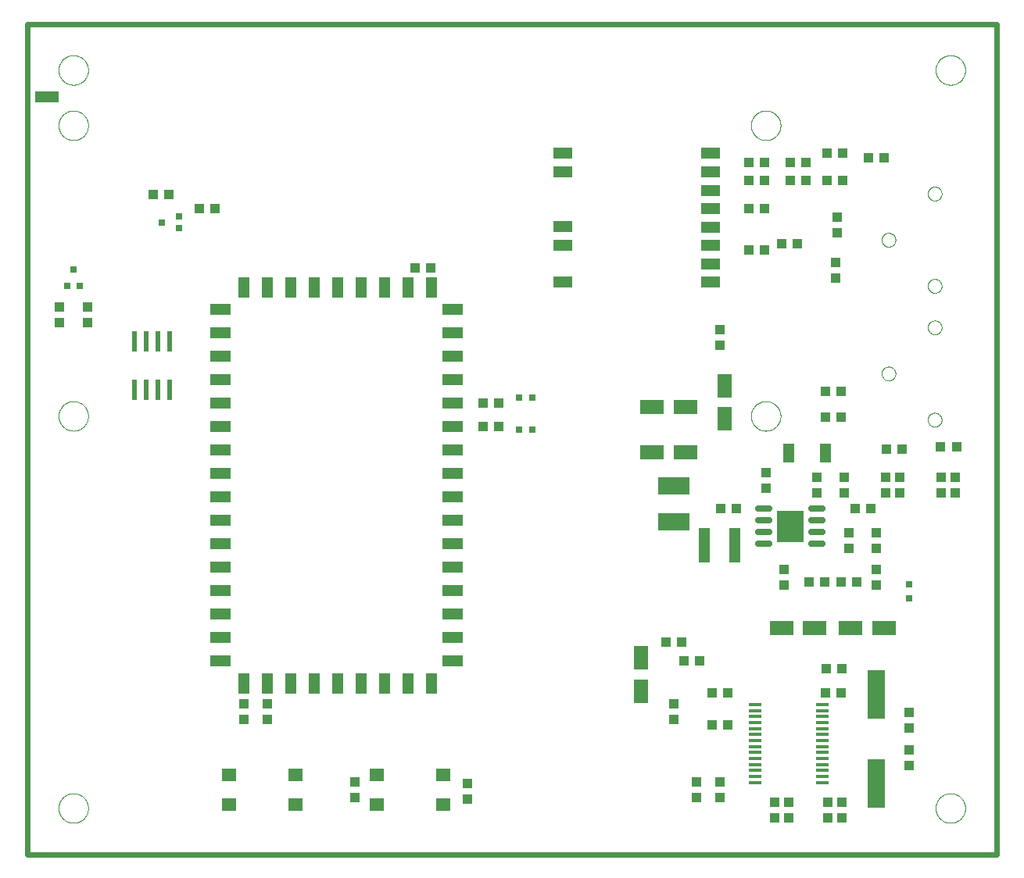
<source format=gtp>
G75*
%MOIN*%
%OFA0B0*%
%FSLAX25Y25*%
%IPPOS*%
%LPD*%
%AMOC8*
5,1,8,0,0,1.08239X$1,22.5*
%
%ADD10C,0.02400*%
%ADD11C,0.00000*%
%ADD12R,0.09055X0.04724*%
%ADD13R,0.04724X0.09055*%
%ADD14R,0.05500X0.01370*%
%ADD15R,0.03937X0.04331*%
%ADD16R,0.07600X0.21000*%
%ADD17R,0.10000X0.05000*%
%ADD18R,0.04331X0.03937*%
%ADD19R,0.06299X0.10236*%
%ADD20R,0.02756X0.02756*%
%ADD21R,0.03150X0.03150*%
%ADD22C,0.01872*%
%ADD23R,0.11800X0.13800*%
%ADD24R,0.13386X0.07480*%
%ADD25R,0.05118X0.14567*%
%ADD26R,0.10236X0.06299*%
%ADD27R,0.06299X0.05512*%
%ADD28R,0.02400X0.08700*%
%ADD29R,0.07874X0.05000*%
%ADD30R,0.05000X0.08268*%
D10*
X0002200Y0020744D02*
X0415586Y0020744D01*
X0415586Y0375075D01*
X0002200Y0375075D01*
X0002200Y0020744D01*
D11*
X0015586Y0040429D02*
X0015588Y0040587D01*
X0015594Y0040745D01*
X0015604Y0040903D01*
X0015618Y0041061D01*
X0015636Y0041218D01*
X0015657Y0041375D01*
X0015683Y0041531D01*
X0015713Y0041687D01*
X0015746Y0041842D01*
X0015784Y0041995D01*
X0015825Y0042148D01*
X0015870Y0042300D01*
X0015919Y0042451D01*
X0015972Y0042600D01*
X0016028Y0042748D01*
X0016088Y0042894D01*
X0016152Y0043039D01*
X0016220Y0043182D01*
X0016291Y0043324D01*
X0016365Y0043464D01*
X0016443Y0043601D01*
X0016525Y0043737D01*
X0016609Y0043871D01*
X0016698Y0044002D01*
X0016789Y0044131D01*
X0016884Y0044258D01*
X0016981Y0044383D01*
X0017082Y0044505D01*
X0017186Y0044624D01*
X0017293Y0044741D01*
X0017403Y0044855D01*
X0017516Y0044966D01*
X0017631Y0045075D01*
X0017749Y0045180D01*
X0017870Y0045282D01*
X0017993Y0045382D01*
X0018119Y0045478D01*
X0018247Y0045571D01*
X0018377Y0045661D01*
X0018510Y0045747D01*
X0018645Y0045831D01*
X0018781Y0045910D01*
X0018920Y0045987D01*
X0019061Y0046059D01*
X0019203Y0046129D01*
X0019347Y0046194D01*
X0019493Y0046256D01*
X0019640Y0046314D01*
X0019789Y0046369D01*
X0019939Y0046420D01*
X0020090Y0046467D01*
X0020242Y0046510D01*
X0020395Y0046549D01*
X0020550Y0046585D01*
X0020705Y0046616D01*
X0020861Y0046644D01*
X0021017Y0046668D01*
X0021174Y0046688D01*
X0021332Y0046704D01*
X0021489Y0046716D01*
X0021648Y0046724D01*
X0021806Y0046728D01*
X0021964Y0046728D01*
X0022122Y0046724D01*
X0022281Y0046716D01*
X0022438Y0046704D01*
X0022596Y0046688D01*
X0022753Y0046668D01*
X0022909Y0046644D01*
X0023065Y0046616D01*
X0023220Y0046585D01*
X0023375Y0046549D01*
X0023528Y0046510D01*
X0023680Y0046467D01*
X0023831Y0046420D01*
X0023981Y0046369D01*
X0024130Y0046314D01*
X0024277Y0046256D01*
X0024423Y0046194D01*
X0024567Y0046129D01*
X0024709Y0046059D01*
X0024850Y0045987D01*
X0024989Y0045910D01*
X0025125Y0045831D01*
X0025260Y0045747D01*
X0025393Y0045661D01*
X0025523Y0045571D01*
X0025651Y0045478D01*
X0025777Y0045382D01*
X0025900Y0045282D01*
X0026021Y0045180D01*
X0026139Y0045075D01*
X0026254Y0044966D01*
X0026367Y0044855D01*
X0026477Y0044741D01*
X0026584Y0044624D01*
X0026688Y0044505D01*
X0026789Y0044383D01*
X0026886Y0044258D01*
X0026981Y0044131D01*
X0027072Y0044002D01*
X0027161Y0043871D01*
X0027245Y0043737D01*
X0027327Y0043601D01*
X0027405Y0043464D01*
X0027479Y0043324D01*
X0027550Y0043182D01*
X0027618Y0043039D01*
X0027682Y0042894D01*
X0027742Y0042748D01*
X0027798Y0042600D01*
X0027851Y0042451D01*
X0027900Y0042300D01*
X0027945Y0042148D01*
X0027986Y0041995D01*
X0028024Y0041842D01*
X0028057Y0041687D01*
X0028087Y0041531D01*
X0028113Y0041375D01*
X0028134Y0041218D01*
X0028152Y0041061D01*
X0028166Y0040903D01*
X0028176Y0040745D01*
X0028182Y0040587D01*
X0028184Y0040429D01*
X0028182Y0040271D01*
X0028176Y0040113D01*
X0028166Y0039955D01*
X0028152Y0039797D01*
X0028134Y0039640D01*
X0028113Y0039483D01*
X0028087Y0039327D01*
X0028057Y0039171D01*
X0028024Y0039016D01*
X0027986Y0038863D01*
X0027945Y0038710D01*
X0027900Y0038558D01*
X0027851Y0038407D01*
X0027798Y0038258D01*
X0027742Y0038110D01*
X0027682Y0037964D01*
X0027618Y0037819D01*
X0027550Y0037676D01*
X0027479Y0037534D01*
X0027405Y0037394D01*
X0027327Y0037257D01*
X0027245Y0037121D01*
X0027161Y0036987D01*
X0027072Y0036856D01*
X0026981Y0036727D01*
X0026886Y0036600D01*
X0026789Y0036475D01*
X0026688Y0036353D01*
X0026584Y0036234D01*
X0026477Y0036117D01*
X0026367Y0036003D01*
X0026254Y0035892D01*
X0026139Y0035783D01*
X0026021Y0035678D01*
X0025900Y0035576D01*
X0025777Y0035476D01*
X0025651Y0035380D01*
X0025523Y0035287D01*
X0025393Y0035197D01*
X0025260Y0035111D01*
X0025125Y0035027D01*
X0024989Y0034948D01*
X0024850Y0034871D01*
X0024709Y0034799D01*
X0024567Y0034729D01*
X0024423Y0034664D01*
X0024277Y0034602D01*
X0024130Y0034544D01*
X0023981Y0034489D01*
X0023831Y0034438D01*
X0023680Y0034391D01*
X0023528Y0034348D01*
X0023375Y0034309D01*
X0023220Y0034273D01*
X0023065Y0034242D01*
X0022909Y0034214D01*
X0022753Y0034190D01*
X0022596Y0034170D01*
X0022438Y0034154D01*
X0022281Y0034142D01*
X0022122Y0034134D01*
X0021964Y0034130D01*
X0021806Y0034130D01*
X0021648Y0034134D01*
X0021489Y0034142D01*
X0021332Y0034154D01*
X0021174Y0034170D01*
X0021017Y0034190D01*
X0020861Y0034214D01*
X0020705Y0034242D01*
X0020550Y0034273D01*
X0020395Y0034309D01*
X0020242Y0034348D01*
X0020090Y0034391D01*
X0019939Y0034438D01*
X0019789Y0034489D01*
X0019640Y0034544D01*
X0019493Y0034602D01*
X0019347Y0034664D01*
X0019203Y0034729D01*
X0019061Y0034799D01*
X0018920Y0034871D01*
X0018781Y0034948D01*
X0018645Y0035027D01*
X0018510Y0035111D01*
X0018377Y0035197D01*
X0018247Y0035287D01*
X0018119Y0035380D01*
X0017993Y0035476D01*
X0017870Y0035576D01*
X0017749Y0035678D01*
X0017631Y0035783D01*
X0017516Y0035892D01*
X0017403Y0036003D01*
X0017293Y0036117D01*
X0017186Y0036234D01*
X0017082Y0036353D01*
X0016981Y0036475D01*
X0016884Y0036600D01*
X0016789Y0036727D01*
X0016698Y0036856D01*
X0016609Y0036987D01*
X0016525Y0037121D01*
X0016443Y0037257D01*
X0016365Y0037394D01*
X0016291Y0037534D01*
X0016220Y0037676D01*
X0016152Y0037819D01*
X0016088Y0037964D01*
X0016028Y0038110D01*
X0015972Y0038258D01*
X0015919Y0038407D01*
X0015870Y0038558D01*
X0015825Y0038710D01*
X0015784Y0038863D01*
X0015746Y0039016D01*
X0015713Y0039171D01*
X0015683Y0039327D01*
X0015657Y0039483D01*
X0015636Y0039640D01*
X0015618Y0039797D01*
X0015604Y0039955D01*
X0015594Y0040113D01*
X0015588Y0040271D01*
X0015586Y0040429D01*
X0015586Y0207752D02*
X0015588Y0207910D01*
X0015594Y0208068D01*
X0015604Y0208226D01*
X0015618Y0208384D01*
X0015636Y0208541D01*
X0015657Y0208698D01*
X0015683Y0208854D01*
X0015713Y0209010D01*
X0015746Y0209165D01*
X0015784Y0209318D01*
X0015825Y0209471D01*
X0015870Y0209623D01*
X0015919Y0209774D01*
X0015972Y0209923D01*
X0016028Y0210071D01*
X0016088Y0210217D01*
X0016152Y0210362D01*
X0016220Y0210505D01*
X0016291Y0210647D01*
X0016365Y0210787D01*
X0016443Y0210924D01*
X0016525Y0211060D01*
X0016609Y0211194D01*
X0016698Y0211325D01*
X0016789Y0211454D01*
X0016884Y0211581D01*
X0016981Y0211706D01*
X0017082Y0211828D01*
X0017186Y0211947D01*
X0017293Y0212064D01*
X0017403Y0212178D01*
X0017516Y0212289D01*
X0017631Y0212398D01*
X0017749Y0212503D01*
X0017870Y0212605D01*
X0017993Y0212705D01*
X0018119Y0212801D01*
X0018247Y0212894D01*
X0018377Y0212984D01*
X0018510Y0213070D01*
X0018645Y0213154D01*
X0018781Y0213233D01*
X0018920Y0213310D01*
X0019061Y0213382D01*
X0019203Y0213452D01*
X0019347Y0213517D01*
X0019493Y0213579D01*
X0019640Y0213637D01*
X0019789Y0213692D01*
X0019939Y0213743D01*
X0020090Y0213790D01*
X0020242Y0213833D01*
X0020395Y0213872D01*
X0020550Y0213908D01*
X0020705Y0213939D01*
X0020861Y0213967D01*
X0021017Y0213991D01*
X0021174Y0214011D01*
X0021332Y0214027D01*
X0021489Y0214039D01*
X0021648Y0214047D01*
X0021806Y0214051D01*
X0021964Y0214051D01*
X0022122Y0214047D01*
X0022281Y0214039D01*
X0022438Y0214027D01*
X0022596Y0214011D01*
X0022753Y0213991D01*
X0022909Y0213967D01*
X0023065Y0213939D01*
X0023220Y0213908D01*
X0023375Y0213872D01*
X0023528Y0213833D01*
X0023680Y0213790D01*
X0023831Y0213743D01*
X0023981Y0213692D01*
X0024130Y0213637D01*
X0024277Y0213579D01*
X0024423Y0213517D01*
X0024567Y0213452D01*
X0024709Y0213382D01*
X0024850Y0213310D01*
X0024989Y0213233D01*
X0025125Y0213154D01*
X0025260Y0213070D01*
X0025393Y0212984D01*
X0025523Y0212894D01*
X0025651Y0212801D01*
X0025777Y0212705D01*
X0025900Y0212605D01*
X0026021Y0212503D01*
X0026139Y0212398D01*
X0026254Y0212289D01*
X0026367Y0212178D01*
X0026477Y0212064D01*
X0026584Y0211947D01*
X0026688Y0211828D01*
X0026789Y0211706D01*
X0026886Y0211581D01*
X0026981Y0211454D01*
X0027072Y0211325D01*
X0027161Y0211194D01*
X0027245Y0211060D01*
X0027327Y0210924D01*
X0027405Y0210787D01*
X0027479Y0210647D01*
X0027550Y0210505D01*
X0027618Y0210362D01*
X0027682Y0210217D01*
X0027742Y0210071D01*
X0027798Y0209923D01*
X0027851Y0209774D01*
X0027900Y0209623D01*
X0027945Y0209471D01*
X0027986Y0209318D01*
X0028024Y0209165D01*
X0028057Y0209010D01*
X0028087Y0208854D01*
X0028113Y0208698D01*
X0028134Y0208541D01*
X0028152Y0208384D01*
X0028166Y0208226D01*
X0028176Y0208068D01*
X0028182Y0207910D01*
X0028184Y0207752D01*
X0028182Y0207594D01*
X0028176Y0207436D01*
X0028166Y0207278D01*
X0028152Y0207120D01*
X0028134Y0206963D01*
X0028113Y0206806D01*
X0028087Y0206650D01*
X0028057Y0206494D01*
X0028024Y0206339D01*
X0027986Y0206186D01*
X0027945Y0206033D01*
X0027900Y0205881D01*
X0027851Y0205730D01*
X0027798Y0205581D01*
X0027742Y0205433D01*
X0027682Y0205287D01*
X0027618Y0205142D01*
X0027550Y0204999D01*
X0027479Y0204857D01*
X0027405Y0204717D01*
X0027327Y0204580D01*
X0027245Y0204444D01*
X0027161Y0204310D01*
X0027072Y0204179D01*
X0026981Y0204050D01*
X0026886Y0203923D01*
X0026789Y0203798D01*
X0026688Y0203676D01*
X0026584Y0203557D01*
X0026477Y0203440D01*
X0026367Y0203326D01*
X0026254Y0203215D01*
X0026139Y0203106D01*
X0026021Y0203001D01*
X0025900Y0202899D01*
X0025777Y0202799D01*
X0025651Y0202703D01*
X0025523Y0202610D01*
X0025393Y0202520D01*
X0025260Y0202434D01*
X0025125Y0202350D01*
X0024989Y0202271D01*
X0024850Y0202194D01*
X0024709Y0202122D01*
X0024567Y0202052D01*
X0024423Y0201987D01*
X0024277Y0201925D01*
X0024130Y0201867D01*
X0023981Y0201812D01*
X0023831Y0201761D01*
X0023680Y0201714D01*
X0023528Y0201671D01*
X0023375Y0201632D01*
X0023220Y0201596D01*
X0023065Y0201565D01*
X0022909Y0201537D01*
X0022753Y0201513D01*
X0022596Y0201493D01*
X0022438Y0201477D01*
X0022281Y0201465D01*
X0022122Y0201457D01*
X0021964Y0201453D01*
X0021806Y0201453D01*
X0021648Y0201457D01*
X0021489Y0201465D01*
X0021332Y0201477D01*
X0021174Y0201493D01*
X0021017Y0201513D01*
X0020861Y0201537D01*
X0020705Y0201565D01*
X0020550Y0201596D01*
X0020395Y0201632D01*
X0020242Y0201671D01*
X0020090Y0201714D01*
X0019939Y0201761D01*
X0019789Y0201812D01*
X0019640Y0201867D01*
X0019493Y0201925D01*
X0019347Y0201987D01*
X0019203Y0202052D01*
X0019061Y0202122D01*
X0018920Y0202194D01*
X0018781Y0202271D01*
X0018645Y0202350D01*
X0018510Y0202434D01*
X0018377Y0202520D01*
X0018247Y0202610D01*
X0018119Y0202703D01*
X0017993Y0202799D01*
X0017870Y0202899D01*
X0017749Y0203001D01*
X0017631Y0203106D01*
X0017516Y0203215D01*
X0017403Y0203326D01*
X0017293Y0203440D01*
X0017186Y0203557D01*
X0017082Y0203676D01*
X0016981Y0203798D01*
X0016884Y0203923D01*
X0016789Y0204050D01*
X0016698Y0204179D01*
X0016609Y0204310D01*
X0016525Y0204444D01*
X0016443Y0204580D01*
X0016365Y0204717D01*
X0016291Y0204857D01*
X0016220Y0204999D01*
X0016152Y0205142D01*
X0016088Y0205287D01*
X0016028Y0205433D01*
X0015972Y0205581D01*
X0015919Y0205730D01*
X0015870Y0205881D01*
X0015825Y0206033D01*
X0015784Y0206186D01*
X0015746Y0206339D01*
X0015713Y0206494D01*
X0015683Y0206650D01*
X0015657Y0206806D01*
X0015636Y0206963D01*
X0015618Y0207120D01*
X0015604Y0207278D01*
X0015594Y0207436D01*
X0015588Y0207594D01*
X0015586Y0207752D01*
X0015586Y0331768D02*
X0015588Y0331926D01*
X0015594Y0332084D01*
X0015604Y0332242D01*
X0015618Y0332400D01*
X0015636Y0332557D01*
X0015657Y0332714D01*
X0015683Y0332870D01*
X0015713Y0333026D01*
X0015746Y0333181D01*
X0015784Y0333334D01*
X0015825Y0333487D01*
X0015870Y0333639D01*
X0015919Y0333790D01*
X0015972Y0333939D01*
X0016028Y0334087D01*
X0016088Y0334233D01*
X0016152Y0334378D01*
X0016220Y0334521D01*
X0016291Y0334663D01*
X0016365Y0334803D01*
X0016443Y0334940D01*
X0016525Y0335076D01*
X0016609Y0335210D01*
X0016698Y0335341D01*
X0016789Y0335470D01*
X0016884Y0335597D01*
X0016981Y0335722D01*
X0017082Y0335844D01*
X0017186Y0335963D01*
X0017293Y0336080D01*
X0017403Y0336194D01*
X0017516Y0336305D01*
X0017631Y0336414D01*
X0017749Y0336519D01*
X0017870Y0336621D01*
X0017993Y0336721D01*
X0018119Y0336817D01*
X0018247Y0336910D01*
X0018377Y0337000D01*
X0018510Y0337086D01*
X0018645Y0337170D01*
X0018781Y0337249D01*
X0018920Y0337326D01*
X0019061Y0337398D01*
X0019203Y0337468D01*
X0019347Y0337533D01*
X0019493Y0337595D01*
X0019640Y0337653D01*
X0019789Y0337708D01*
X0019939Y0337759D01*
X0020090Y0337806D01*
X0020242Y0337849D01*
X0020395Y0337888D01*
X0020550Y0337924D01*
X0020705Y0337955D01*
X0020861Y0337983D01*
X0021017Y0338007D01*
X0021174Y0338027D01*
X0021332Y0338043D01*
X0021489Y0338055D01*
X0021648Y0338063D01*
X0021806Y0338067D01*
X0021964Y0338067D01*
X0022122Y0338063D01*
X0022281Y0338055D01*
X0022438Y0338043D01*
X0022596Y0338027D01*
X0022753Y0338007D01*
X0022909Y0337983D01*
X0023065Y0337955D01*
X0023220Y0337924D01*
X0023375Y0337888D01*
X0023528Y0337849D01*
X0023680Y0337806D01*
X0023831Y0337759D01*
X0023981Y0337708D01*
X0024130Y0337653D01*
X0024277Y0337595D01*
X0024423Y0337533D01*
X0024567Y0337468D01*
X0024709Y0337398D01*
X0024850Y0337326D01*
X0024989Y0337249D01*
X0025125Y0337170D01*
X0025260Y0337086D01*
X0025393Y0337000D01*
X0025523Y0336910D01*
X0025651Y0336817D01*
X0025777Y0336721D01*
X0025900Y0336621D01*
X0026021Y0336519D01*
X0026139Y0336414D01*
X0026254Y0336305D01*
X0026367Y0336194D01*
X0026477Y0336080D01*
X0026584Y0335963D01*
X0026688Y0335844D01*
X0026789Y0335722D01*
X0026886Y0335597D01*
X0026981Y0335470D01*
X0027072Y0335341D01*
X0027161Y0335210D01*
X0027245Y0335076D01*
X0027327Y0334940D01*
X0027405Y0334803D01*
X0027479Y0334663D01*
X0027550Y0334521D01*
X0027618Y0334378D01*
X0027682Y0334233D01*
X0027742Y0334087D01*
X0027798Y0333939D01*
X0027851Y0333790D01*
X0027900Y0333639D01*
X0027945Y0333487D01*
X0027986Y0333334D01*
X0028024Y0333181D01*
X0028057Y0333026D01*
X0028087Y0332870D01*
X0028113Y0332714D01*
X0028134Y0332557D01*
X0028152Y0332400D01*
X0028166Y0332242D01*
X0028176Y0332084D01*
X0028182Y0331926D01*
X0028184Y0331768D01*
X0028182Y0331610D01*
X0028176Y0331452D01*
X0028166Y0331294D01*
X0028152Y0331136D01*
X0028134Y0330979D01*
X0028113Y0330822D01*
X0028087Y0330666D01*
X0028057Y0330510D01*
X0028024Y0330355D01*
X0027986Y0330202D01*
X0027945Y0330049D01*
X0027900Y0329897D01*
X0027851Y0329746D01*
X0027798Y0329597D01*
X0027742Y0329449D01*
X0027682Y0329303D01*
X0027618Y0329158D01*
X0027550Y0329015D01*
X0027479Y0328873D01*
X0027405Y0328733D01*
X0027327Y0328596D01*
X0027245Y0328460D01*
X0027161Y0328326D01*
X0027072Y0328195D01*
X0026981Y0328066D01*
X0026886Y0327939D01*
X0026789Y0327814D01*
X0026688Y0327692D01*
X0026584Y0327573D01*
X0026477Y0327456D01*
X0026367Y0327342D01*
X0026254Y0327231D01*
X0026139Y0327122D01*
X0026021Y0327017D01*
X0025900Y0326915D01*
X0025777Y0326815D01*
X0025651Y0326719D01*
X0025523Y0326626D01*
X0025393Y0326536D01*
X0025260Y0326450D01*
X0025125Y0326366D01*
X0024989Y0326287D01*
X0024850Y0326210D01*
X0024709Y0326138D01*
X0024567Y0326068D01*
X0024423Y0326003D01*
X0024277Y0325941D01*
X0024130Y0325883D01*
X0023981Y0325828D01*
X0023831Y0325777D01*
X0023680Y0325730D01*
X0023528Y0325687D01*
X0023375Y0325648D01*
X0023220Y0325612D01*
X0023065Y0325581D01*
X0022909Y0325553D01*
X0022753Y0325529D01*
X0022596Y0325509D01*
X0022438Y0325493D01*
X0022281Y0325481D01*
X0022122Y0325473D01*
X0021964Y0325469D01*
X0021806Y0325469D01*
X0021648Y0325473D01*
X0021489Y0325481D01*
X0021332Y0325493D01*
X0021174Y0325509D01*
X0021017Y0325529D01*
X0020861Y0325553D01*
X0020705Y0325581D01*
X0020550Y0325612D01*
X0020395Y0325648D01*
X0020242Y0325687D01*
X0020090Y0325730D01*
X0019939Y0325777D01*
X0019789Y0325828D01*
X0019640Y0325883D01*
X0019493Y0325941D01*
X0019347Y0326003D01*
X0019203Y0326068D01*
X0019061Y0326138D01*
X0018920Y0326210D01*
X0018781Y0326287D01*
X0018645Y0326366D01*
X0018510Y0326450D01*
X0018377Y0326536D01*
X0018247Y0326626D01*
X0018119Y0326719D01*
X0017993Y0326815D01*
X0017870Y0326915D01*
X0017749Y0327017D01*
X0017631Y0327122D01*
X0017516Y0327231D01*
X0017403Y0327342D01*
X0017293Y0327456D01*
X0017186Y0327573D01*
X0017082Y0327692D01*
X0016981Y0327814D01*
X0016884Y0327939D01*
X0016789Y0328066D01*
X0016698Y0328195D01*
X0016609Y0328326D01*
X0016525Y0328460D01*
X0016443Y0328596D01*
X0016365Y0328733D01*
X0016291Y0328873D01*
X0016220Y0329015D01*
X0016152Y0329158D01*
X0016088Y0329303D01*
X0016028Y0329449D01*
X0015972Y0329597D01*
X0015919Y0329746D01*
X0015870Y0329897D01*
X0015825Y0330049D01*
X0015784Y0330202D01*
X0015746Y0330355D01*
X0015713Y0330510D01*
X0015683Y0330666D01*
X0015657Y0330822D01*
X0015636Y0330979D01*
X0015618Y0331136D01*
X0015604Y0331294D01*
X0015594Y0331452D01*
X0015588Y0331610D01*
X0015586Y0331768D01*
X0015586Y0355390D02*
X0015588Y0355548D01*
X0015594Y0355706D01*
X0015604Y0355864D01*
X0015618Y0356022D01*
X0015636Y0356179D01*
X0015657Y0356336D01*
X0015683Y0356492D01*
X0015713Y0356648D01*
X0015746Y0356803D01*
X0015784Y0356956D01*
X0015825Y0357109D01*
X0015870Y0357261D01*
X0015919Y0357412D01*
X0015972Y0357561D01*
X0016028Y0357709D01*
X0016088Y0357855D01*
X0016152Y0358000D01*
X0016220Y0358143D01*
X0016291Y0358285D01*
X0016365Y0358425D01*
X0016443Y0358562D01*
X0016525Y0358698D01*
X0016609Y0358832D01*
X0016698Y0358963D01*
X0016789Y0359092D01*
X0016884Y0359219D01*
X0016981Y0359344D01*
X0017082Y0359466D01*
X0017186Y0359585D01*
X0017293Y0359702D01*
X0017403Y0359816D01*
X0017516Y0359927D01*
X0017631Y0360036D01*
X0017749Y0360141D01*
X0017870Y0360243D01*
X0017993Y0360343D01*
X0018119Y0360439D01*
X0018247Y0360532D01*
X0018377Y0360622D01*
X0018510Y0360708D01*
X0018645Y0360792D01*
X0018781Y0360871D01*
X0018920Y0360948D01*
X0019061Y0361020D01*
X0019203Y0361090D01*
X0019347Y0361155D01*
X0019493Y0361217D01*
X0019640Y0361275D01*
X0019789Y0361330D01*
X0019939Y0361381D01*
X0020090Y0361428D01*
X0020242Y0361471D01*
X0020395Y0361510D01*
X0020550Y0361546D01*
X0020705Y0361577D01*
X0020861Y0361605D01*
X0021017Y0361629D01*
X0021174Y0361649D01*
X0021332Y0361665D01*
X0021489Y0361677D01*
X0021648Y0361685D01*
X0021806Y0361689D01*
X0021964Y0361689D01*
X0022122Y0361685D01*
X0022281Y0361677D01*
X0022438Y0361665D01*
X0022596Y0361649D01*
X0022753Y0361629D01*
X0022909Y0361605D01*
X0023065Y0361577D01*
X0023220Y0361546D01*
X0023375Y0361510D01*
X0023528Y0361471D01*
X0023680Y0361428D01*
X0023831Y0361381D01*
X0023981Y0361330D01*
X0024130Y0361275D01*
X0024277Y0361217D01*
X0024423Y0361155D01*
X0024567Y0361090D01*
X0024709Y0361020D01*
X0024850Y0360948D01*
X0024989Y0360871D01*
X0025125Y0360792D01*
X0025260Y0360708D01*
X0025393Y0360622D01*
X0025523Y0360532D01*
X0025651Y0360439D01*
X0025777Y0360343D01*
X0025900Y0360243D01*
X0026021Y0360141D01*
X0026139Y0360036D01*
X0026254Y0359927D01*
X0026367Y0359816D01*
X0026477Y0359702D01*
X0026584Y0359585D01*
X0026688Y0359466D01*
X0026789Y0359344D01*
X0026886Y0359219D01*
X0026981Y0359092D01*
X0027072Y0358963D01*
X0027161Y0358832D01*
X0027245Y0358698D01*
X0027327Y0358562D01*
X0027405Y0358425D01*
X0027479Y0358285D01*
X0027550Y0358143D01*
X0027618Y0358000D01*
X0027682Y0357855D01*
X0027742Y0357709D01*
X0027798Y0357561D01*
X0027851Y0357412D01*
X0027900Y0357261D01*
X0027945Y0357109D01*
X0027986Y0356956D01*
X0028024Y0356803D01*
X0028057Y0356648D01*
X0028087Y0356492D01*
X0028113Y0356336D01*
X0028134Y0356179D01*
X0028152Y0356022D01*
X0028166Y0355864D01*
X0028176Y0355706D01*
X0028182Y0355548D01*
X0028184Y0355390D01*
X0028182Y0355232D01*
X0028176Y0355074D01*
X0028166Y0354916D01*
X0028152Y0354758D01*
X0028134Y0354601D01*
X0028113Y0354444D01*
X0028087Y0354288D01*
X0028057Y0354132D01*
X0028024Y0353977D01*
X0027986Y0353824D01*
X0027945Y0353671D01*
X0027900Y0353519D01*
X0027851Y0353368D01*
X0027798Y0353219D01*
X0027742Y0353071D01*
X0027682Y0352925D01*
X0027618Y0352780D01*
X0027550Y0352637D01*
X0027479Y0352495D01*
X0027405Y0352355D01*
X0027327Y0352218D01*
X0027245Y0352082D01*
X0027161Y0351948D01*
X0027072Y0351817D01*
X0026981Y0351688D01*
X0026886Y0351561D01*
X0026789Y0351436D01*
X0026688Y0351314D01*
X0026584Y0351195D01*
X0026477Y0351078D01*
X0026367Y0350964D01*
X0026254Y0350853D01*
X0026139Y0350744D01*
X0026021Y0350639D01*
X0025900Y0350537D01*
X0025777Y0350437D01*
X0025651Y0350341D01*
X0025523Y0350248D01*
X0025393Y0350158D01*
X0025260Y0350072D01*
X0025125Y0349988D01*
X0024989Y0349909D01*
X0024850Y0349832D01*
X0024709Y0349760D01*
X0024567Y0349690D01*
X0024423Y0349625D01*
X0024277Y0349563D01*
X0024130Y0349505D01*
X0023981Y0349450D01*
X0023831Y0349399D01*
X0023680Y0349352D01*
X0023528Y0349309D01*
X0023375Y0349270D01*
X0023220Y0349234D01*
X0023065Y0349203D01*
X0022909Y0349175D01*
X0022753Y0349151D01*
X0022596Y0349131D01*
X0022438Y0349115D01*
X0022281Y0349103D01*
X0022122Y0349095D01*
X0021964Y0349091D01*
X0021806Y0349091D01*
X0021648Y0349095D01*
X0021489Y0349103D01*
X0021332Y0349115D01*
X0021174Y0349131D01*
X0021017Y0349151D01*
X0020861Y0349175D01*
X0020705Y0349203D01*
X0020550Y0349234D01*
X0020395Y0349270D01*
X0020242Y0349309D01*
X0020090Y0349352D01*
X0019939Y0349399D01*
X0019789Y0349450D01*
X0019640Y0349505D01*
X0019493Y0349563D01*
X0019347Y0349625D01*
X0019203Y0349690D01*
X0019061Y0349760D01*
X0018920Y0349832D01*
X0018781Y0349909D01*
X0018645Y0349988D01*
X0018510Y0350072D01*
X0018377Y0350158D01*
X0018247Y0350248D01*
X0018119Y0350341D01*
X0017993Y0350437D01*
X0017870Y0350537D01*
X0017749Y0350639D01*
X0017631Y0350744D01*
X0017516Y0350853D01*
X0017403Y0350964D01*
X0017293Y0351078D01*
X0017186Y0351195D01*
X0017082Y0351314D01*
X0016981Y0351436D01*
X0016884Y0351561D01*
X0016789Y0351688D01*
X0016698Y0351817D01*
X0016609Y0351948D01*
X0016525Y0352082D01*
X0016443Y0352218D01*
X0016365Y0352355D01*
X0016291Y0352495D01*
X0016220Y0352637D01*
X0016152Y0352780D01*
X0016088Y0352925D01*
X0016028Y0353071D01*
X0015972Y0353219D01*
X0015919Y0353368D01*
X0015870Y0353519D01*
X0015825Y0353671D01*
X0015784Y0353824D01*
X0015746Y0353977D01*
X0015713Y0354132D01*
X0015683Y0354288D01*
X0015657Y0354444D01*
X0015636Y0354601D01*
X0015618Y0354758D01*
X0015604Y0354916D01*
X0015594Y0355074D01*
X0015588Y0355232D01*
X0015586Y0355390D01*
X0310862Y0331768D02*
X0310864Y0331926D01*
X0310870Y0332084D01*
X0310880Y0332242D01*
X0310894Y0332400D01*
X0310912Y0332557D01*
X0310933Y0332714D01*
X0310959Y0332870D01*
X0310989Y0333026D01*
X0311022Y0333181D01*
X0311060Y0333334D01*
X0311101Y0333487D01*
X0311146Y0333639D01*
X0311195Y0333790D01*
X0311248Y0333939D01*
X0311304Y0334087D01*
X0311364Y0334233D01*
X0311428Y0334378D01*
X0311496Y0334521D01*
X0311567Y0334663D01*
X0311641Y0334803D01*
X0311719Y0334940D01*
X0311801Y0335076D01*
X0311885Y0335210D01*
X0311974Y0335341D01*
X0312065Y0335470D01*
X0312160Y0335597D01*
X0312257Y0335722D01*
X0312358Y0335844D01*
X0312462Y0335963D01*
X0312569Y0336080D01*
X0312679Y0336194D01*
X0312792Y0336305D01*
X0312907Y0336414D01*
X0313025Y0336519D01*
X0313146Y0336621D01*
X0313269Y0336721D01*
X0313395Y0336817D01*
X0313523Y0336910D01*
X0313653Y0337000D01*
X0313786Y0337086D01*
X0313921Y0337170D01*
X0314057Y0337249D01*
X0314196Y0337326D01*
X0314337Y0337398D01*
X0314479Y0337468D01*
X0314623Y0337533D01*
X0314769Y0337595D01*
X0314916Y0337653D01*
X0315065Y0337708D01*
X0315215Y0337759D01*
X0315366Y0337806D01*
X0315518Y0337849D01*
X0315671Y0337888D01*
X0315826Y0337924D01*
X0315981Y0337955D01*
X0316137Y0337983D01*
X0316293Y0338007D01*
X0316450Y0338027D01*
X0316608Y0338043D01*
X0316765Y0338055D01*
X0316924Y0338063D01*
X0317082Y0338067D01*
X0317240Y0338067D01*
X0317398Y0338063D01*
X0317557Y0338055D01*
X0317714Y0338043D01*
X0317872Y0338027D01*
X0318029Y0338007D01*
X0318185Y0337983D01*
X0318341Y0337955D01*
X0318496Y0337924D01*
X0318651Y0337888D01*
X0318804Y0337849D01*
X0318956Y0337806D01*
X0319107Y0337759D01*
X0319257Y0337708D01*
X0319406Y0337653D01*
X0319553Y0337595D01*
X0319699Y0337533D01*
X0319843Y0337468D01*
X0319985Y0337398D01*
X0320126Y0337326D01*
X0320265Y0337249D01*
X0320401Y0337170D01*
X0320536Y0337086D01*
X0320669Y0337000D01*
X0320799Y0336910D01*
X0320927Y0336817D01*
X0321053Y0336721D01*
X0321176Y0336621D01*
X0321297Y0336519D01*
X0321415Y0336414D01*
X0321530Y0336305D01*
X0321643Y0336194D01*
X0321753Y0336080D01*
X0321860Y0335963D01*
X0321964Y0335844D01*
X0322065Y0335722D01*
X0322162Y0335597D01*
X0322257Y0335470D01*
X0322348Y0335341D01*
X0322437Y0335210D01*
X0322521Y0335076D01*
X0322603Y0334940D01*
X0322681Y0334803D01*
X0322755Y0334663D01*
X0322826Y0334521D01*
X0322894Y0334378D01*
X0322958Y0334233D01*
X0323018Y0334087D01*
X0323074Y0333939D01*
X0323127Y0333790D01*
X0323176Y0333639D01*
X0323221Y0333487D01*
X0323262Y0333334D01*
X0323300Y0333181D01*
X0323333Y0333026D01*
X0323363Y0332870D01*
X0323389Y0332714D01*
X0323410Y0332557D01*
X0323428Y0332400D01*
X0323442Y0332242D01*
X0323452Y0332084D01*
X0323458Y0331926D01*
X0323460Y0331768D01*
X0323458Y0331610D01*
X0323452Y0331452D01*
X0323442Y0331294D01*
X0323428Y0331136D01*
X0323410Y0330979D01*
X0323389Y0330822D01*
X0323363Y0330666D01*
X0323333Y0330510D01*
X0323300Y0330355D01*
X0323262Y0330202D01*
X0323221Y0330049D01*
X0323176Y0329897D01*
X0323127Y0329746D01*
X0323074Y0329597D01*
X0323018Y0329449D01*
X0322958Y0329303D01*
X0322894Y0329158D01*
X0322826Y0329015D01*
X0322755Y0328873D01*
X0322681Y0328733D01*
X0322603Y0328596D01*
X0322521Y0328460D01*
X0322437Y0328326D01*
X0322348Y0328195D01*
X0322257Y0328066D01*
X0322162Y0327939D01*
X0322065Y0327814D01*
X0321964Y0327692D01*
X0321860Y0327573D01*
X0321753Y0327456D01*
X0321643Y0327342D01*
X0321530Y0327231D01*
X0321415Y0327122D01*
X0321297Y0327017D01*
X0321176Y0326915D01*
X0321053Y0326815D01*
X0320927Y0326719D01*
X0320799Y0326626D01*
X0320669Y0326536D01*
X0320536Y0326450D01*
X0320401Y0326366D01*
X0320265Y0326287D01*
X0320126Y0326210D01*
X0319985Y0326138D01*
X0319843Y0326068D01*
X0319699Y0326003D01*
X0319553Y0325941D01*
X0319406Y0325883D01*
X0319257Y0325828D01*
X0319107Y0325777D01*
X0318956Y0325730D01*
X0318804Y0325687D01*
X0318651Y0325648D01*
X0318496Y0325612D01*
X0318341Y0325581D01*
X0318185Y0325553D01*
X0318029Y0325529D01*
X0317872Y0325509D01*
X0317714Y0325493D01*
X0317557Y0325481D01*
X0317398Y0325473D01*
X0317240Y0325469D01*
X0317082Y0325469D01*
X0316924Y0325473D01*
X0316765Y0325481D01*
X0316608Y0325493D01*
X0316450Y0325509D01*
X0316293Y0325529D01*
X0316137Y0325553D01*
X0315981Y0325581D01*
X0315826Y0325612D01*
X0315671Y0325648D01*
X0315518Y0325687D01*
X0315366Y0325730D01*
X0315215Y0325777D01*
X0315065Y0325828D01*
X0314916Y0325883D01*
X0314769Y0325941D01*
X0314623Y0326003D01*
X0314479Y0326068D01*
X0314337Y0326138D01*
X0314196Y0326210D01*
X0314057Y0326287D01*
X0313921Y0326366D01*
X0313786Y0326450D01*
X0313653Y0326536D01*
X0313523Y0326626D01*
X0313395Y0326719D01*
X0313269Y0326815D01*
X0313146Y0326915D01*
X0313025Y0327017D01*
X0312907Y0327122D01*
X0312792Y0327231D01*
X0312679Y0327342D01*
X0312569Y0327456D01*
X0312462Y0327573D01*
X0312358Y0327692D01*
X0312257Y0327814D01*
X0312160Y0327939D01*
X0312065Y0328066D01*
X0311974Y0328195D01*
X0311885Y0328326D01*
X0311801Y0328460D01*
X0311719Y0328596D01*
X0311641Y0328733D01*
X0311567Y0328873D01*
X0311496Y0329015D01*
X0311428Y0329158D01*
X0311364Y0329303D01*
X0311304Y0329449D01*
X0311248Y0329597D01*
X0311195Y0329746D01*
X0311146Y0329897D01*
X0311101Y0330049D01*
X0311060Y0330202D01*
X0311022Y0330355D01*
X0310989Y0330510D01*
X0310959Y0330666D01*
X0310933Y0330822D01*
X0310912Y0330979D01*
X0310894Y0331136D01*
X0310880Y0331294D01*
X0310870Y0331452D01*
X0310864Y0331610D01*
X0310862Y0331768D01*
X0366570Y0282949D02*
X0366572Y0283057D01*
X0366578Y0283166D01*
X0366588Y0283274D01*
X0366602Y0283381D01*
X0366620Y0283488D01*
X0366641Y0283595D01*
X0366667Y0283700D01*
X0366697Y0283805D01*
X0366730Y0283908D01*
X0366767Y0284010D01*
X0366808Y0284110D01*
X0366852Y0284209D01*
X0366901Y0284307D01*
X0366952Y0284402D01*
X0367007Y0284495D01*
X0367066Y0284587D01*
X0367128Y0284676D01*
X0367193Y0284763D01*
X0367261Y0284847D01*
X0367332Y0284929D01*
X0367406Y0285008D01*
X0367483Y0285084D01*
X0367563Y0285158D01*
X0367646Y0285228D01*
X0367731Y0285296D01*
X0367818Y0285360D01*
X0367908Y0285421D01*
X0368000Y0285479D01*
X0368094Y0285533D01*
X0368190Y0285584D01*
X0368287Y0285631D01*
X0368387Y0285675D01*
X0368488Y0285715D01*
X0368590Y0285751D01*
X0368693Y0285783D01*
X0368798Y0285812D01*
X0368904Y0285836D01*
X0369010Y0285857D01*
X0369117Y0285874D01*
X0369225Y0285887D01*
X0369333Y0285896D01*
X0369442Y0285901D01*
X0369550Y0285902D01*
X0369659Y0285899D01*
X0369767Y0285892D01*
X0369875Y0285881D01*
X0369982Y0285866D01*
X0370089Y0285847D01*
X0370195Y0285824D01*
X0370300Y0285798D01*
X0370405Y0285767D01*
X0370507Y0285733D01*
X0370609Y0285695D01*
X0370709Y0285653D01*
X0370808Y0285608D01*
X0370905Y0285559D01*
X0370999Y0285506D01*
X0371092Y0285450D01*
X0371183Y0285391D01*
X0371272Y0285328D01*
X0371358Y0285263D01*
X0371442Y0285194D01*
X0371523Y0285122D01*
X0371601Y0285047D01*
X0371677Y0284969D01*
X0371750Y0284888D01*
X0371820Y0284805D01*
X0371886Y0284720D01*
X0371950Y0284632D01*
X0372010Y0284541D01*
X0372067Y0284449D01*
X0372120Y0284354D01*
X0372170Y0284258D01*
X0372216Y0284160D01*
X0372259Y0284060D01*
X0372298Y0283959D01*
X0372333Y0283856D01*
X0372365Y0283753D01*
X0372392Y0283648D01*
X0372416Y0283542D01*
X0372436Y0283435D01*
X0372452Y0283328D01*
X0372464Y0283220D01*
X0372472Y0283112D01*
X0372476Y0283003D01*
X0372476Y0282895D01*
X0372472Y0282786D01*
X0372464Y0282678D01*
X0372452Y0282570D01*
X0372436Y0282463D01*
X0372416Y0282356D01*
X0372392Y0282250D01*
X0372365Y0282145D01*
X0372333Y0282042D01*
X0372298Y0281939D01*
X0372259Y0281838D01*
X0372216Y0281738D01*
X0372170Y0281640D01*
X0372120Y0281544D01*
X0372067Y0281449D01*
X0372010Y0281357D01*
X0371950Y0281266D01*
X0371886Y0281178D01*
X0371820Y0281093D01*
X0371750Y0281010D01*
X0371677Y0280929D01*
X0371601Y0280851D01*
X0371523Y0280776D01*
X0371442Y0280704D01*
X0371358Y0280635D01*
X0371272Y0280570D01*
X0371183Y0280507D01*
X0371092Y0280448D01*
X0371000Y0280392D01*
X0370905Y0280339D01*
X0370808Y0280290D01*
X0370709Y0280245D01*
X0370609Y0280203D01*
X0370507Y0280165D01*
X0370405Y0280131D01*
X0370300Y0280100D01*
X0370195Y0280074D01*
X0370089Y0280051D01*
X0369982Y0280032D01*
X0369875Y0280017D01*
X0369767Y0280006D01*
X0369659Y0279999D01*
X0369550Y0279996D01*
X0369442Y0279997D01*
X0369333Y0280002D01*
X0369225Y0280011D01*
X0369117Y0280024D01*
X0369010Y0280041D01*
X0368904Y0280062D01*
X0368798Y0280086D01*
X0368693Y0280115D01*
X0368590Y0280147D01*
X0368488Y0280183D01*
X0368387Y0280223D01*
X0368287Y0280267D01*
X0368190Y0280314D01*
X0368094Y0280365D01*
X0368000Y0280419D01*
X0367908Y0280477D01*
X0367818Y0280538D01*
X0367731Y0280602D01*
X0367646Y0280670D01*
X0367563Y0280740D01*
X0367483Y0280814D01*
X0367406Y0280890D01*
X0367332Y0280969D01*
X0367261Y0281051D01*
X0367193Y0281135D01*
X0367128Y0281222D01*
X0367066Y0281311D01*
X0367007Y0281403D01*
X0366952Y0281496D01*
X0366901Y0281591D01*
X0366852Y0281689D01*
X0366808Y0281788D01*
X0366767Y0281888D01*
X0366730Y0281990D01*
X0366697Y0282093D01*
X0366667Y0282198D01*
X0366641Y0282303D01*
X0366620Y0282410D01*
X0366602Y0282517D01*
X0366588Y0282624D01*
X0366578Y0282732D01*
X0366572Y0282841D01*
X0366570Y0282949D01*
X0386255Y0302634D02*
X0386257Y0302742D01*
X0386263Y0302851D01*
X0386273Y0302959D01*
X0386287Y0303066D01*
X0386305Y0303173D01*
X0386326Y0303280D01*
X0386352Y0303385D01*
X0386382Y0303490D01*
X0386415Y0303593D01*
X0386452Y0303695D01*
X0386493Y0303795D01*
X0386537Y0303894D01*
X0386586Y0303992D01*
X0386637Y0304087D01*
X0386692Y0304180D01*
X0386751Y0304272D01*
X0386813Y0304361D01*
X0386878Y0304448D01*
X0386946Y0304532D01*
X0387017Y0304614D01*
X0387091Y0304693D01*
X0387168Y0304769D01*
X0387248Y0304843D01*
X0387331Y0304913D01*
X0387416Y0304981D01*
X0387503Y0305045D01*
X0387593Y0305106D01*
X0387685Y0305164D01*
X0387779Y0305218D01*
X0387875Y0305269D01*
X0387972Y0305316D01*
X0388072Y0305360D01*
X0388173Y0305400D01*
X0388275Y0305436D01*
X0388378Y0305468D01*
X0388483Y0305497D01*
X0388589Y0305521D01*
X0388695Y0305542D01*
X0388802Y0305559D01*
X0388910Y0305572D01*
X0389018Y0305581D01*
X0389127Y0305586D01*
X0389235Y0305587D01*
X0389344Y0305584D01*
X0389452Y0305577D01*
X0389560Y0305566D01*
X0389667Y0305551D01*
X0389774Y0305532D01*
X0389880Y0305509D01*
X0389985Y0305483D01*
X0390090Y0305452D01*
X0390192Y0305418D01*
X0390294Y0305380D01*
X0390394Y0305338D01*
X0390493Y0305293D01*
X0390590Y0305244D01*
X0390684Y0305191D01*
X0390777Y0305135D01*
X0390868Y0305076D01*
X0390957Y0305013D01*
X0391043Y0304948D01*
X0391127Y0304879D01*
X0391208Y0304807D01*
X0391286Y0304732D01*
X0391362Y0304654D01*
X0391435Y0304573D01*
X0391505Y0304490D01*
X0391571Y0304405D01*
X0391635Y0304317D01*
X0391695Y0304226D01*
X0391752Y0304134D01*
X0391805Y0304039D01*
X0391855Y0303943D01*
X0391901Y0303845D01*
X0391944Y0303745D01*
X0391983Y0303644D01*
X0392018Y0303541D01*
X0392050Y0303438D01*
X0392077Y0303333D01*
X0392101Y0303227D01*
X0392121Y0303120D01*
X0392137Y0303013D01*
X0392149Y0302905D01*
X0392157Y0302797D01*
X0392161Y0302688D01*
X0392161Y0302580D01*
X0392157Y0302471D01*
X0392149Y0302363D01*
X0392137Y0302255D01*
X0392121Y0302148D01*
X0392101Y0302041D01*
X0392077Y0301935D01*
X0392050Y0301830D01*
X0392018Y0301727D01*
X0391983Y0301624D01*
X0391944Y0301523D01*
X0391901Y0301423D01*
X0391855Y0301325D01*
X0391805Y0301229D01*
X0391752Y0301134D01*
X0391695Y0301042D01*
X0391635Y0300951D01*
X0391571Y0300863D01*
X0391505Y0300778D01*
X0391435Y0300695D01*
X0391362Y0300614D01*
X0391286Y0300536D01*
X0391208Y0300461D01*
X0391127Y0300389D01*
X0391043Y0300320D01*
X0390957Y0300255D01*
X0390868Y0300192D01*
X0390777Y0300133D01*
X0390685Y0300077D01*
X0390590Y0300024D01*
X0390493Y0299975D01*
X0390394Y0299930D01*
X0390294Y0299888D01*
X0390192Y0299850D01*
X0390090Y0299816D01*
X0389985Y0299785D01*
X0389880Y0299759D01*
X0389774Y0299736D01*
X0389667Y0299717D01*
X0389560Y0299702D01*
X0389452Y0299691D01*
X0389344Y0299684D01*
X0389235Y0299681D01*
X0389127Y0299682D01*
X0389018Y0299687D01*
X0388910Y0299696D01*
X0388802Y0299709D01*
X0388695Y0299726D01*
X0388589Y0299747D01*
X0388483Y0299771D01*
X0388378Y0299800D01*
X0388275Y0299832D01*
X0388173Y0299868D01*
X0388072Y0299908D01*
X0387972Y0299952D01*
X0387875Y0299999D01*
X0387779Y0300050D01*
X0387685Y0300104D01*
X0387593Y0300162D01*
X0387503Y0300223D01*
X0387416Y0300287D01*
X0387331Y0300355D01*
X0387248Y0300425D01*
X0387168Y0300499D01*
X0387091Y0300575D01*
X0387017Y0300654D01*
X0386946Y0300736D01*
X0386878Y0300820D01*
X0386813Y0300907D01*
X0386751Y0300996D01*
X0386692Y0301088D01*
X0386637Y0301181D01*
X0386586Y0301276D01*
X0386537Y0301374D01*
X0386493Y0301473D01*
X0386452Y0301573D01*
X0386415Y0301675D01*
X0386382Y0301778D01*
X0386352Y0301883D01*
X0386326Y0301988D01*
X0386305Y0302095D01*
X0386287Y0302202D01*
X0386273Y0302309D01*
X0386263Y0302417D01*
X0386257Y0302526D01*
X0386255Y0302634D01*
X0386255Y0263264D02*
X0386257Y0263372D01*
X0386263Y0263481D01*
X0386273Y0263589D01*
X0386287Y0263696D01*
X0386305Y0263803D01*
X0386326Y0263910D01*
X0386352Y0264015D01*
X0386382Y0264120D01*
X0386415Y0264223D01*
X0386452Y0264325D01*
X0386493Y0264425D01*
X0386537Y0264524D01*
X0386586Y0264622D01*
X0386637Y0264717D01*
X0386692Y0264810D01*
X0386751Y0264902D01*
X0386813Y0264991D01*
X0386878Y0265078D01*
X0386946Y0265162D01*
X0387017Y0265244D01*
X0387091Y0265323D01*
X0387168Y0265399D01*
X0387248Y0265473D01*
X0387331Y0265543D01*
X0387416Y0265611D01*
X0387503Y0265675D01*
X0387593Y0265736D01*
X0387685Y0265794D01*
X0387779Y0265848D01*
X0387875Y0265899D01*
X0387972Y0265946D01*
X0388072Y0265990D01*
X0388173Y0266030D01*
X0388275Y0266066D01*
X0388378Y0266098D01*
X0388483Y0266127D01*
X0388589Y0266151D01*
X0388695Y0266172D01*
X0388802Y0266189D01*
X0388910Y0266202D01*
X0389018Y0266211D01*
X0389127Y0266216D01*
X0389235Y0266217D01*
X0389344Y0266214D01*
X0389452Y0266207D01*
X0389560Y0266196D01*
X0389667Y0266181D01*
X0389774Y0266162D01*
X0389880Y0266139D01*
X0389985Y0266113D01*
X0390090Y0266082D01*
X0390192Y0266048D01*
X0390294Y0266010D01*
X0390394Y0265968D01*
X0390493Y0265923D01*
X0390590Y0265874D01*
X0390684Y0265821D01*
X0390777Y0265765D01*
X0390868Y0265706D01*
X0390957Y0265643D01*
X0391043Y0265578D01*
X0391127Y0265509D01*
X0391208Y0265437D01*
X0391286Y0265362D01*
X0391362Y0265284D01*
X0391435Y0265203D01*
X0391505Y0265120D01*
X0391571Y0265035D01*
X0391635Y0264947D01*
X0391695Y0264856D01*
X0391752Y0264764D01*
X0391805Y0264669D01*
X0391855Y0264573D01*
X0391901Y0264475D01*
X0391944Y0264375D01*
X0391983Y0264274D01*
X0392018Y0264171D01*
X0392050Y0264068D01*
X0392077Y0263963D01*
X0392101Y0263857D01*
X0392121Y0263750D01*
X0392137Y0263643D01*
X0392149Y0263535D01*
X0392157Y0263427D01*
X0392161Y0263318D01*
X0392161Y0263210D01*
X0392157Y0263101D01*
X0392149Y0262993D01*
X0392137Y0262885D01*
X0392121Y0262778D01*
X0392101Y0262671D01*
X0392077Y0262565D01*
X0392050Y0262460D01*
X0392018Y0262357D01*
X0391983Y0262254D01*
X0391944Y0262153D01*
X0391901Y0262053D01*
X0391855Y0261955D01*
X0391805Y0261859D01*
X0391752Y0261764D01*
X0391695Y0261672D01*
X0391635Y0261581D01*
X0391571Y0261493D01*
X0391505Y0261408D01*
X0391435Y0261325D01*
X0391362Y0261244D01*
X0391286Y0261166D01*
X0391208Y0261091D01*
X0391127Y0261019D01*
X0391043Y0260950D01*
X0390957Y0260885D01*
X0390868Y0260822D01*
X0390777Y0260763D01*
X0390685Y0260707D01*
X0390590Y0260654D01*
X0390493Y0260605D01*
X0390394Y0260560D01*
X0390294Y0260518D01*
X0390192Y0260480D01*
X0390090Y0260446D01*
X0389985Y0260415D01*
X0389880Y0260389D01*
X0389774Y0260366D01*
X0389667Y0260347D01*
X0389560Y0260332D01*
X0389452Y0260321D01*
X0389344Y0260314D01*
X0389235Y0260311D01*
X0389127Y0260312D01*
X0389018Y0260317D01*
X0388910Y0260326D01*
X0388802Y0260339D01*
X0388695Y0260356D01*
X0388589Y0260377D01*
X0388483Y0260401D01*
X0388378Y0260430D01*
X0388275Y0260462D01*
X0388173Y0260498D01*
X0388072Y0260538D01*
X0387972Y0260582D01*
X0387875Y0260629D01*
X0387779Y0260680D01*
X0387685Y0260734D01*
X0387593Y0260792D01*
X0387503Y0260853D01*
X0387416Y0260917D01*
X0387331Y0260985D01*
X0387248Y0261055D01*
X0387168Y0261129D01*
X0387091Y0261205D01*
X0387017Y0261284D01*
X0386946Y0261366D01*
X0386878Y0261450D01*
X0386813Y0261537D01*
X0386751Y0261626D01*
X0386692Y0261718D01*
X0386637Y0261811D01*
X0386586Y0261906D01*
X0386537Y0262004D01*
X0386493Y0262103D01*
X0386452Y0262203D01*
X0386415Y0262305D01*
X0386382Y0262408D01*
X0386352Y0262513D01*
X0386326Y0262618D01*
X0386305Y0262725D01*
X0386287Y0262832D01*
X0386273Y0262939D01*
X0386263Y0263047D01*
X0386257Y0263156D01*
X0386255Y0263264D01*
X0386255Y0245547D02*
X0386257Y0245655D01*
X0386263Y0245764D01*
X0386273Y0245872D01*
X0386287Y0245979D01*
X0386305Y0246086D01*
X0386326Y0246193D01*
X0386352Y0246298D01*
X0386382Y0246403D01*
X0386415Y0246506D01*
X0386452Y0246608D01*
X0386493Y0246708D01*
X0386537Y0246807D01*
X0386586Y0246905D01*
X0386637Y0247000D01*
X0386692Y0247093D01*
X0386751Y0247185D01*
X0386813Y0247274D01*
X0386878Y0247361D01*
X0386946Y0247445D01*
X0387017Y0247527D01*
X0387091Y0247606D01*
X0387168Y0247682D01*
X0387248Y0247756D01*
X0387331Y0247826D01*
X0387416Y0247894D01*
X0387503Y0247958D01*
X0387593Y0248019D01*
X0387685Y0248077D01*
X0387779Y0248131D01*
X0387875Y0248182D01*
X0387972Y0248229D01*
X0388072Y0248273D01*
X0388173Y0248313D01*
X0388275Y0248349D01*
X0388378Y0248381D01*
X0388483Y0248410D01*
X0388589Y0248434D01*
X0388695Y0248455D01*
X0388802Y0248472D01*
X0388910Y0248485D01*
X0389018Y0248494D01*
X0389127Y0248499D01*
X0389235Y0248500D01*
X0389344Y0248497D01*
X0389452Y0248490D01*
X0389560Y0248479D01*
X0389667Y0248464D01*
X0389774Y0248445D01*
X0389880Y0248422D01*
X0389985Y0248396D01*
X0390090Y0248365D01*
X0390192Y0248331D01*
X0390294Y0248293D01*
X0390394Y0248251D01*
X0390493Y0248206D01*
X0390590Y0248157D01*
X0390684Y0248104D01*
X0390777Y0248048D01*
X0390868Y0247989D01*
X0390957Y0247926D01*
X0391043Y0247861D01*
X0391127Y0247792D01*
X0391208Y0247720D01*
X0391286Y0247645D01*
X0391362Y0247567D01*
X0391435Y0247486D01*
X0391505Y0247403D01*
X0391571Y0247318D01*
X0391635Y0247230D01*
X0391695Y0247139D01*
X0391752Y0247047D01*
X0391805Y0246952D01*
X0391855Y0246856D01*
X0391901Y0246758D01*
X0391944Y0246658D01*
X0391983Y0246557D01*
X0392018Y0246454D01*
X0392050Y0246351D01*
X0392077Y0246246D01*
X0392101Y0246140D01*
X0392121Y0246033D01*
X0392137Y0245926D01*
X0392149Y0245818D01*
X0392157Y0245710D01*
X0392161Y0245601D01*
X0392161Y0245493D01*
X0392157Y0245384D01*
X0392149Y0245276D01*
X0392137Y0245168D01*
X0392121Y0245061D01*
X0392101Y0244954D01*
X0392077Y0244848D01*
X0392050Y0244743D01*
X0392018Y0244640D01*
X0391983Y0244537D01*
X0391944Y0244436D01*
X0391901Y0244336D01*
X0391855Y0244238D01*
X0391805Y0244142D01*
X0391752Y0244047D01*
X0391695Y0243955D01*
X0391635Y0243864D01*
X0391571Y0243776D01*
X0391505Y0243691D01*
X0391435Y0243608D01*
X0391362Y0243527D01*
X0391286Y0243449D01*
X0391208Y0243374D01*
X0391127Y0243302D01*
X0391043Y0243233D01*
X0390957Y0243168D01*
X0390868Y0243105D01*
X0390777Y0243046D01*
X0390685Y0242990D01*
X0390590Y0242937D01*
X0390493Y0242888D01*
X0390394Y0242843D01*
X0390294Y0242801D01*
X0390192Y0242763D01*
X0390090Y0242729D01*
X0389985Y0242698D01*
X0389880Y0242672D01*
X0389774Y0242649D01*
X0389667Y0242630D01*
X0389560Y0242615D01*
X0389452Y0242604D01*
X0389344Y0242597D01*
X0389235Y0242594D01*
X0389127Y0242595D01*
X0389018Y0242600D01*
X0388910Y0242609D01*
X0388802Y0242622D01*
X0388695Y0242639D01*
X0388589Y0242660D01*
X0388483Y0242684D01*
X0388378Y0242713D01*
X0388275Y0242745D01*
X0388173Y0242781D01*
X0388072Y0242821D01*
X0387972Y0242865D01*
X0387875Y0242912D01*
X0387779Y0242963D01*
X0387685Y0243017D01*
X0387593Y0243075D01*
X0387503Y0243136D01*
X0387416Y0243200D01*
X0387331Y0243268D01*
X0387248Y0243338D01*
X0387168Y0243412D01*
X0387091Y0243488D01*
X0387017Y0243567D01*
X0386946Y0243649D01*
X0386878Y0243733D01*
X0386813Y0243820D01*
X0386751Y0243909D01*
X0386692Y0244001D01*
X0386637Y0244094D01*
X0386586Y0244189D01*
X0386537Y0244287D01*
X0386493Y0244386D01*
X0386452Y0244486D01*
X0386415Y0244588D01*
X0386382Y0244691D01*
X0386352Y0244796D01*
X0386326Y0244901D01*
X0386305Y0245008D01*
X0386287Y0245115D01*
X0386273Y0245222D01*
X0386263Y0245330D01*
X0386257Y0245439D01*
X0386255Y0245547D01*
X0366570Y0225862D02*
X0366572Y0225970D01*
X0366578Y0226079D01*
X0366588Y0226187D01*
X0366602Y0226294D01*
X0366620Y0226401D01*
X0366641Y0226508D01*
X0366667Y0226613D01*
X0366697Y0226718D01*
X0366730Y0226821D01*
X0366767Y0226923D01*
X0366808Y0227023D01*
X0366852Y0227122D01*
X0366901Y0227220D01*
X0366952Y0227315D01*
X0367007Y0227408D01*
X0367066Y0227500D01*
X0367128Y0227589D01*
X0367193Y0227676D01*
X0367261Y0227760D01*
X0367332Y0227842D01*
X0367406Y0227921D01*
X0367483Y0227997D01*
X0367563Y0228071D01*
X0367646Y0228141D01*
X0367731Y0228209D01*
X0367818Y0228273D01*
X0367908Y0228334D01*
X0368000Y0228392D01*
X0368094Y0228446D01*
X0368190Y0228497D01*
X0368287Y0228544D01*
X0368387Y0228588D01*
X0368488Y0228628D01*
X0368590Y0228664D01*
X0368693Y0228696D01*
X0368798Y0228725D01*
X0368904Y0228749D01*
X0369010Y0228770D01*
X0369117Y0228787D01*
X0369225Y0228800D01*
X0369333Y0228809D01*
X0369442Y0228814D01*
X0369550Y0228815D01*
X0369659Y0228812D01*
X0369767Y0228805D01*
X0369875Y0228794D01*
X0369982Y0228779D01*
X0370089Y0228760D01*
X0370195Y0228737D01*
X0370300Y0228711D01*
X0370405Y0228680D01*
X0370507Y0228646D01*
X0370609Y0228608D01*
X0370709Y0228566D01*
X0370808Y0228521D01*
X0370905Y0228472D01*
X0370999Y0228419D01*
X0371092Y0228363D01*
X0371183Y0228304D01*
X0371272Y0228241D01*
X0371358Y0228176D01*
X0371442Y0228107D01*
X0371523Y0228035D01*
X0371601Y0227960D01*
X0371677Y0227882D01*
X0371750Y0227801D01*
X0371820Y0227718D01*
X0371886Y0227633D01*
X0371950Y0227545D01*
X0372010Y0227454D01*
X0372067Y0227362D01*
X0372120Y0227267D01*
X0372170Y0227171D01*
X0372216Y0227073D01*
X0372259Y0226973D01*
X0372298Y0226872D01*
X0372333Y0226769D01*
X0372365Y0226666D01*
X0372392Y0226561D01*
X0372416Y0226455D01*
X0372436Y0226348D01*
X0372452Y0226241D01*
X0372464Y0226133D01*
X0372472Y0226025D01*
X0372476Y0225916D01*
X0372476Y0225808D01*
X0372472Y0225699D01*
X0372464Y0225591D01*
X0372452Y0225483D01*
X0372436Y0225376D01*
X0372416Y0225269D01*
X0372392Y0225163D01*
X0372365Y0225058D01*
X0372333Y0224955D01*
X0372298Y0224852D01*
X0372259Y0224751D01*
X0372216Y0224651D01*
X0372170Y0224553D01*
X0372120Y0224457D01*
X0372067Y0224362D01*
X0372010Y0224270D01*
X0371950Y0224179D01*
X0371886Y0224091D01*
X0371820Y0224006D01*
X0371750Y0223923D01*
X0371677Y0223842D01*
X0371601Y0223764D01*
X0371523Y0223689D01*
X0371442Y0223617D01*
X0371358Y0223548D01*
X0371272Y0223483D01*
X0371183Y0223420D01*
X0371092Y0223361D01*
X0371000Y0223305D01*
X0370905Y0223252D01*
X0370808Y0223203D01*
X0370709Y0223158D01*
X0370609Y0223116D01*
X0370507Y0223078D01*
X0370405Y0223044D01*
X0370300Y0223013D01*
X0370195Y0222987D01*
X0370089Y0222964D01*
X0369982Y0222945D01*
X0369875Y0222930D01*
X0369767Y0222919D01*
X0369659Y0222912D01*
X0369550Y0222909D01*
X0369442Y0222910D01*
X0369333Y0222915D01*
X0369225Y0222924D01*
X0369117Y0222937D01*
X0369010Y0222954D01*
X0368904Y0222975D01*
X0368798Y0222999D01*
X0368693Y0223028D01*
X0368590Y0223060D01*
X0368488Y0223096D01*
X0368387Y0223136D01*
X0368287Y0223180D01*
X0368190Y0223227D01*
X0368094Y0223278D01*
X0368000Y0223332D01*
X0367908Y0223390D01*
X0367818Y0223451D01*
X0367731Y0223515D01*
X0367646Y0223583D01*
X0367563Y0223653D01*
X0367483Y0223727D01*
X0367406Y0223803D01*
X0367332Y0223882D01*
X0367261Y0223964D01*
X0367193Y0224048D01*
X0367128Y0224135D01*
X0367066Y0224224D01*
X0367007Y0224316D01*
X0366952Y0224409D01*
X0366901Y0224504D01*
X0366852Y0224602D01*
X0366808Y0224701D01*
X0366767Y0224801D01*
X0366730Y0224903D01*
X0366697Y0225006D01*
X0366667Y0225111D01*
X0366641Y0225216D01*
X0366620Y0225323D01*
X0366602Y0225430D01*
X0366588Y0225537D01*
X0366578Y0225645D01*
X0366572Y0225754D01*
X0366570Y0225862D01*
X0386255Y0206177D02*
X0386257Y0206285D01*
X0386263Y0206394D01*
X0386273Y0206502D01*
X0386287Y0206609D01*
X0386305Y0206716D01*
X0386326Y0206823D01*
X0386352Y0206928D01*
X0386382Y0207033D01*
X0386415Y0207136D01*
X0386452Y0207238D01*
X0386493Y0207338D01*
X0386537Y0207437D01*
X0386586Y0207535D01*
X0386637Y0207630D01*
X0386692Y0207723D01*
X0386751Y0207815D01*
X0386813Y0207904D01*
X0386878Y0207991D01*
X0386946Y0208075D01*
X0387017Y0208157D01*
X0387091Y0208236D01*
X0387168Y0208312D01*
X0387248Y0208386D01*
X0387331Y0208456D01*
X0387416Y0208524D01*
X0387503Y0208588D01*
X0387593Y0208649D01*
X0387685Y0208707D01*
X0387779Y0208761D01*
X0387875Y0208812D01*
X0387972Y0208859D01*
X0388072Y0208903D01*
X0388173Y0208943D01*
X0388275Y0208979D01*
X0388378Y0209011D01*
X0388483Y0209040D01*
X0388589Y0209064D01*
X0388695Y0209085D01*
X0388802Y0209102D01*
X0388910Y0209115D01*
X0389018Y0209124D01*
X0389127Y0209129D01*
X0389235Y0209130D01*
X0389344Y0209127D01*
X0389452Y0209120D01*
X0389560Y0209109D01*
X0389667Y0209094D01*
X0389774Y0209075D01*
X0389880Y0209052D01*
X0389985Y0209026D01*
X0390090Y0208995D01*
X0390192Y0208961D01*
X0390294Y0208923D01*
X0390394Y0208881D01*
X0390493Y0208836D01*
X0390590Y0208787D01*
X0390684Y0208734D01*
X0390777Y0208678D01*
X0390868Y0208619D01*
X0390957Y0208556D01*
X0391043Y0208491D01*
X0391127Y0208422D01*
X0391208Y0208350D01*
X0391286Y0208275D01*
X0391362Y0208197D01*
X0391435Y0208116D01*
X0391505Y0208033D01*
X0391571Y0207948D01*
X0391635Y0207860D01*
X0391695Y0207769D01*
X0391752Y0207677D01*
X0391805Y0207582D01*
X0391855Y0207486D01*
X0391901Y0207388D01*
X0391944Y0207288D01*
X0391983Y0207187D01*
X0392018Y0207084D01*
X0392050Y0206981D01*
X0392077Y0206876D01*
X0392101Y0206770D01*
X0392121Y0206663D01*
X0392137Y0206556D01*
X0392149Y0206448D01*
X0392157Y0206340D01*
X0392161Y0206231D01*
X0392161Y0206123D01*
X0392157Y0206014D01*
X0392149Y0205906D01*
X0392137Y0205798D01*
X0392121Y0205691D01*
X0392101Y0205584D01*
X0392077Y0205478D01*
X0392050Y0205373D01*
X0392018Y0205270D01*
X0391983Y0205167D01*
X0391944Y0205066D01*
X0391901Y0204966D01*
X0391855Y0204868D01*
X0391805Y0204772D01*
X0391752Y0204677D01*
X0391695Y0204585D01*
X0391635Y0204494D01*
X0391571Y0204406D01*
X0391505Y0204321D01*
X0391435Y0204238D01*
X0391362Y0204157D01*
X0391286Y0204079D01*
X0391208Y0204004D01*
X0391127Y0203932D01*
X0391043Y0203863D01*
X0390957Y0203798D01*
X0390868Y0203735D01*
X0390777Y0203676D01*
X0390685Y0203620D01*
X0390590Y0203567D01*
X0390493Y0203518D01*
X0390394Y0203473D01*
X0390294Y0203431D01*
X0390192Y0203393D01*
X0390090Y0203359D01*
X0389985Y0203328D01*
X0389880Y0203302D01*
X0389774Y0203279D01*
X0389667Y0203260D01*
X0389560Y0203245D01*
X0389452Y0203234D01*
X0389344Y0203227D01*
X0389235Y0203224D01*
X0389127Y0203225D01*
X0389018Y0203230D01*
X0388910Y0203239D01*
X0388802Y0203252D01*
X0388695Y0203269D01*
X0388589Y0203290D01*
X0388483Y0203314D01*
X0388378Y0203343D01*
X0388275Y0203375D01*
X0388173Y0203411D01*
X0388072Y0203451D01*
X0387972Y0203495D01*
X0387875Y0203542D01*
X0387779Y0203593D01*
X0387685Y0203647D01*
X0387593Y0203705D01*
X0387503Y0203766D01*
X0387416Y0203830D01*
X0387331Y0203898D01*
X0387248Y0203968D01*
X0387168Y0204042D01*
X0387091Y0204118D01*
X0387017Y0204197D01*
X0386946Y0204279D01*
X0386878Y0204363D01*
X0386813Y0204450D01*
X0386751Y0204539D01*
X0386692Y0204631D01*
X0386637Y0204724D01*
X0386586Y0204819D01*
X0386537Y0204917D01*
X0386493Y0205016D01*
X0386452Y0205116D01*
X0386415Y0205218D01*
X0386382Y0205321D01*
X0386352Y0205426D01*
X0386326Y0205531D01*
X0386305Y0205638D01*
X0386287Y0205745D01*
X0386273Y0205852D01*
X0386263Y0205960D01*
X0386257Y0206069D01*
X0386255Y0206177D01*
X0310862Y0207752D02*
X0310864Y0207910D01*
X0310870Y0208068D01*
X0310880Y0208226D01*
X0310894Y0208384D01*
X0310912Y0208541D01*
X0310933Y0208698D01*
X0310959Y0208854D01*
X0310989Y0209010D01*
X0311022Y0209165D01*
X0311060Y0209318D01*
X0311101Y0209471D01*
X0311146Y0209623D01*
X0311195Y0209774D01*
X0311248Y0209923D01*
X0311304Y0210071D01*
X0311364Y0210217D01*
X0311428Y0210362D01*
X0311496Y0210505D01*
X0311567Y0210647D01*
X0311641Y0210787D01*
X0311719Y0210924D01*
X0311801Y0211060D01*
X0311885Y0211194D01*
X0311974Y0211325D01*
X0312065Y0211454D01*
X0312160Y0211581D01*
X0312257Y0211706D01*
X0312358Y0211828D01*
X0312462Y0211947D01*
X0312569Y0212064D01*
X0312679Y0212178D01*
X0312792Y0212289D01*
X0312907Y0212398D01*
X0313025Y0212503D01*
X0313146Y0212605D01*
X0313269Y0212705D01*
X0313395Y0212801D01*
X0313523Y0212894D01*
X0313653Y0212984D01*
X0313786Y0213070D01*
X0313921Y0213154D01*
X0314057Y0213233D01*
X0314196Y0213310D01*
X0314337Y0213382D01*
X0314479Y0213452D01*
X0314623Y0213517D01*
X0314769Y0213579D01*
X0314916Y0213637D01*
X0315065Y0213692D01*
X0315215Y0213743D01*
X0315366Y0213790D01*
X0315518Y0213833D01*
X0315671Y0213872D01*
X0315826Y0213908D01*
X0315981Y0213939D01*
X0316137Y0213967D01*
X0316293Y0213991D01*
X0316450Y0214011D01*
X0316608Y0214027D01*
X0316765Y0214039D01*
X0316924Y0214047D01*
X0317082Y0214051D01*
X0317240Y0214051D01*
X0317398Y0214047D01*
X0317557Y0214039D01*
X0317714Y0214027D01*
X0317872Y0214011D01*
X0318029Y0213991D01*
X0318185Y0213967D01*
X0318341Y0213939D01*
X0318496Y0213908D01*
X0318651Y0213872D01*
X0318804Y0213833D01*
X0318956Y0213790D01*
X0319107Y0213743D01*
X0319257Y0213692D01*
X0319406Y0213637D01*
X0319553Y0213579D01*
X0319699Y0213517D01*
X0319843Y0213452D01*
X0319985Y0213382D01*
X0320126Y0213310D01*
X0320265Y0213233D01*
X0320401Y0213154D01*
X0320536Y0213070D01*
X0320669Y0212984D01*
X0320799Y0212894D01*
X0320927Y0212801D01*
X0321053Y0212705D01*
X0321176Y0212605D01*
X0321297Y0212503D01*
X0321415Y0212398D01*
X0321530Y0212289D01*
X0321643Y0212178D01*
X0321753Y0212064D01*
X0321860Y0211947D01*
X0321964Y0211828D01*
X0322065Y0211706D01*
X0322162Y0211581D01*
X0322257Y0211454D01*
X0322348Y0211325D01*
X0322437Y0211194D01*
X0322521Y0211060D01*
X0322603Y0210924D01*
X0322681Y0210787D01*
X0322755Y0210647D01*
X0322826Y0210505D01*
X0322894Y0210362D01*
X0322958Y0210217D01*
X0323018Y0210071D01*
X0323074Y0209923D01*
X0323127Y0209774D01*
X0323176Y0209623D01*
X0323221Y0209471D01*
X0323262Y0209318D01*
X0323300Y0209165D01*
X0323333Y0209010D01*
X0323363Y0208854D01*
X0323389Y0208698D01*
X0323410Y0208541D01*
X0323428Y0208384D01*
X0323442Y0208226D01*
X0323452Y0208068D01*
X0323458Y0207910D01*
X0323460Y0207752D01*
X0323458Y0207594D01*
X0323452Y0207436D01*
X0323442Y0207278D01*
X0323428Y0207120D01*
X0323410Y0206963D01*
X0323389Y0206806D01*
X0323363Y0206650D01*
X0323333Y0206494D01*
X0323300Y0206339D01*
X0323262Y0206186D01*
X0323221Y0206033D01*
X0323176Y0205881D01*
X0323127Y0205730D01*
X0323074Y0205581D01*
X0323018Y0205433D01*
X0322958Y0205287D01*
X0322894Y0205142D01*
X0322826Y0204999D01*
X0322755Y0204857D01*
X0322681Y0204717D01*
X0322603Y0204580D01*
X0322521Y0204444D01*
X0322437Y0204310D01*
X0322348Y0204179D01*
X0322257Y0204050D01*
X0322162Y0203923D01*
X0322065Y0203798D01*
X0321964Y0203676D01*
X0321860Y0203557D01*
X0321753Y0203440D01*
X0321643Y0203326D01*
X0321530Y0203215D01*
X0321415Y0203106D01*
X0321297Y0203001D01*
X0321176Y0202899D01*
X0321053Y0202799D01*
X0320927Y0202703D01*
X0320799Y0202610D01*
X0320669Y0202520D01*
X0320536Y0202434D01*
X0320401Y0202350D01*
X0320265Y0202271D01*
X0320126Y0202194D01*
X0319985Y0202122D01*
X0319843Y0202052D01*
X0319699Y0201987D01*
X0319553Y0201925D01*
X0319406Y0201867D01*
X0319257Y0201812D01*
X0319107Y0201761D01*
X0318956Y0201714D01*
X0318804Y0201671D01*
X0318651Y0201632D01*
X0318496Y0201596D01*
X0318341Y0201565D01*
X0318185Y0201537D01*
X0318029Y0201513D01*
X0317872Y0201493D01*
X0317714Y0201477D01*
X0317557Y0201465D01*
X0317398Y0201457D01*
X0317240Y0201453D01*
X0317082Y0201453D01*
X0316924Y0201457D01*
X0316765Y0201465D01*
X0316608Y0201477D01*
X0316450Y0201493D01*
X0316293Y0201513D01*
X0316137Y0201537D01*
X0315981Y0201565D01*
X0315826Y0201596D01*
X0315671Y0201632D01*
X0315518Y0201671D01*
X0315366Y0201714D01*
X0315215Y0201761D01*
X0315065Y0201812D01*
X0314916Y0201867D01*
X0314769Y0201925D01*
X0314623Y0201987D01*
X0314479Y0202052D01*
X0314337Y0202122D01*
X0314196Y0202194D01*
X0314057Y0202271D01*
X0313921Y0202350D01*
X0313786Y0202434D01*
X0313653Y0202520D01*
X0313523Y0202610D01*
X0313395Y0202703D01*
X0313269Y0202799D01*
X0313146Y0202899D01*
X0313025Y0203001D01*
X0312907Y0203106D01*
X0312792Y0203215D01*
X0312679Y0203326D01*
X0312569Y0203440D01*
X0312462Y0203557D01*
X0312358Y0203676D01*
X0312257Y0203798D01*
X0312160Y0203923D01*
X0312065Y0204050D01*
X0311974Y0204179D01*
X0311885Y0204310D01*
X0311801Y0204444D01*
X0311719Y0204580D01*
X0311641Y0204717D01*
X0311567Y0204857D01*
X0311496Y0204999D01*
X0311428Y0205142D01*
X0311364Y0205287D01*
X0311304Y0205433D01*
X0311248Y0205581D01*
X0311195Y0205730D01*
X0311146Y0205881D01*
X0311101Y0206033D01*
X0311060Y0206186D01*
X0311022Y0206339D01*
X0310989Y0206494D01*
X0310959Y0206650D01*
X0310933Y0206806D01*
X0310912Y0206963D01*
X0310894Y0207120D01*
X0310880Y0207278D01*
X0310870Y0207436D01*
X0310864Y0207594D01*
X0310862Y0207752D01*
X0389602Y0355390D02*
X0389604Y0355548D01*
X0389610Y0355706D01*
X0389620Y0355864D01*
X0389634Y0356022D01*
X0389652Y0356179D01*
X0389673Y0356336D01*
X0389699Y0356492D01*
X0389729Y0356648D01*
X0389762Y0356803D01*
X0389800Y0356956D01*
X0389841Y0357109D01*
X0389886Y0357261D01*
X0389935Y0357412D01*
X0389988Y0357561D01*
X0390044Y0357709D01*
X0390104Y0357855D01*
X0390168Y0358000D01*
X0390236Y0358143D01*
X0390307Y0358285D01*
X0390381Y0358425D01*
X0390459Y0358562D01*
X0390541Y0358698D01*
X0390625Y0358832D01*
X0390714Y0358963D01*
X0390805Y0359092D01*
X0390900Y0359219D01*
X0390997Y0359344D01*
X0391098Y0359466D01*
X0391202Y0359585D01*
X0391309Y0359702D01*
X0391419Y0359816D01*
X0391532Y0359927D01*
X0391647Y0360036D01*
X0391765Y0360141D01*
X0391886Y0360243D01*
X0392009Y0360343D01*
X0392135Y0360439D01*
X0392263Y0360532D01*
X0392393Y0360622D01*
X0392526Y0360708D01*
X0392661Y0360792D01*
X0392797Y0360871D01*
X0392936Y0360948D01*
X0393077Y0361020D01*
X0393219Y0361090D01*
X0393363Y0361155D01*
X0393509Y0361217D01*
X0393656Y0361275D01*
X0393805Y0361330D01*
X0393955Y0361381D01*
X0394106Y0361428D01*
X0394258Y0361471D01*
X0394411Y0361510D01*
X0394566Y0361546D01*
X0394721Y0361577D01*
X0394877Y0361605D01*
X0395033Y0361629D01*
X0395190Y0361649D01*
X0395348Y0361665D01*
X0395505Y0361677D01*
X0395664Y0361685D01*
X0395822Y0361689D01*
X0395980Y0361689D01*
X0396138Y0361685D01*
X0396297Y0361677D01*
X0396454Y0361665D01*
X0396612Y0361649D01*
X0396769Y0361629D01*
X0396925Y0361605D01*
X0397081Y0361577D01*
X0397236Y0361546D01*
X0397391Y0361510D01*
X0397544Y0361471D01*
X0397696Y0361428D01*
X0397847Y0361381D01*
X0397997Y0361330D01*
X0398146Y0361275D01*
X0398293Y0361217D01*
X0398439Y0361155D01*
X0398583Y0361090D01*
X0398725Y0361020D01*
X0398866Y0360948D01*
X0399005Y0360871D01*
X0399141Y0360792D01*
X0399276Y0360708D01*
X0399409Y0360622D01*
X0399539Y0360532D01*
X0399667Y0360439D01*
X0399793Y0360343D01*
X0399916Y0360243D01*
X0400037Y0360141D01*
X0400155Y0360036D01*
X0400270Y0359927D01*
X0400383Y0359816D01*
X0400493Y0359702D01*
X0400600Y0359585D01*
X0400704Y0359466D01*
X0400805Y0359344D01*
X0400902Y0359219D01*
X0400997Y0359092D01*
X0401088Y0358963D01*
X0401177Y0358832D01*
X0401261Y0358698D01*
X0401343Y0358562D01*
X0401421Y0358425D01*
X0401495Y0358285D01*
X0401566Y0358143D01*
X0401634Y0358000D01*
X0401698Y0357855D01*
X0401758Y0357709D01*
X0401814Y0357561D01*
X0401867Y0357412D01*
X0401916Y0357261D01*
X0401961Y0357109D01*
X0402002Y0356956D01*
X0402040Y0356803D01*
X0402073Y0356648D01*
X0402103Y0356492D01*
X0402129Y0356336D01*
X0402150Y0356179D01*
X0402168Y0356022D01*
X0402182Y0355864D01*
X0402192Y0355706D01*
X0402198Y0355548D01*
X0402200Y0355390D01*
X0402198Y0355232D01*
X0402192Y0355074D01*
X0402182Y0354916D01*
X0402168Y0354758D01*
X0402150Y0354601D01*
X0402129Y0354444D01*
X0402103Y0354288D01*
X0402073Y0354132D01*
X0402040Y0353977D01*
X0402002Y0353824D01*
X0401961Y0353671D01*
X0401916Y0353519D01*
X0401867Y0353368D01*
X0401814Y0353219D01*
X0401758Y0353071D01*
X0401698Y0352925D01*
X0401634Y0352780D01*
X0401566Y0352637D01*
X0401495Y0352495D01*
X0401421Y0352355D01*
X0401343Y0352218D01*
X0401261Y0352082D01*
X0401177Y0351948D01*
X0401088Y0351817D01*
X0400997Y0351688D01*
X0400902Y0351561D01*
X0400805Y0351436D01*
X0400704Y0351314D01*
X0400600Y0351195D01*
X0400493Y0351078D01*
X0400383Y0350964D01*
X0400270Y0350853D01*
X0400155Y0350744D01*
X0400037Y0350639D01*
X0399916Y0350537D01*
X0399793Y0350437D01*
X0399667Y0350341D01*
X0399539Y0350248D01*
X0399409Y0350158D01*
X0399276Y0350072D01*
X0399141Y0349988D01*
X0399005Y0349909D01*
X0398866Y0349832D01*
X0398725Y0349760D01*
X0398583Y0349690D01*
X0398439Y0349625D01*
X0398293Y0349563D01*
X0398146Y0349505D01*
X0397997Y0349450D01*
X0397847Y0349399D01*
X0397696Y0349352D01*
X0397544Y0349309D01*
X0397391Y0349270D01*
X0397236Y0349234D01*
X0397081Y0349203D01*
X0396925Y0349175D01*
X0396769Y0349151D01*
X0396612Y0349131D01*
X0396454Y0349115D01*
X0396297Y0349103D01*
X0396138Y0349095D01*
X0395980Y0349091D01*
X0395822Y0349091D01*
X0395664Y0349095D01*
X0395505Y0349103D01*
X0395348Y0349115D01*
X0395190Y0349131D01*
X0395033Y0349151D01*
X0394877Y0349175D01*
X0394721Y0349203D01*
X0394566Y0349234D01*
X0394411Y0349270D01*
X0394258Y0349309D01*
X0394106Y0349352D01*
X0393955Y0349399D01*
X0393805Y0349450D01*
X0393656Y0349505D01*
X0393509Y0349563D01*
X0393363Y0349625D01*
X0393219Y0349690D01*
X0393077Y0349760D01*
X0392936Y0349832D01*
X0392797Y0349909D01*
X0392661Y0349988D01*
X0392526Y0350072D01*
X0392393Y0350158D01*
X0392263Y0350248D01*
X0392135Y0350341D01*
X0392009Y0350437D01*
X0391886Y0350537D01*
X0391765Y0350639D01*
X0391647Y0350744D01*
X0391532Y0350853D01*
X0391419Y0350964D01*
X0391309Y0351078D01*
X0391202Y0351195D01*
X0391098Y0351314D01*
X0390997Y0351436D01*
X0390900Y0351561D01*
X0390805Y0351688D01*
X0390714Y0351817D01*
X0390625Y0351948D01*
X0390541Y0352082D01*
X0390459Y0352218D01*
X0390381Y0352355D01*
X0390307Y0352495D01*
X0390236Y0352637D01*
X0390168Y0352780D01*
X0390104Y0352925D01*
X0390044Y0353071D01*
X0389988Y0353219D01*
X0389935Y0353368D01*
X0389886Y0353519D01*
X0389841Y0353671D01*
X0389800Y0353824D01*
X0389762Y0353977D01*
X0389729Y0354132D01*
X0389699Y0354288D01*
X0389673Y0354444D01*
X0389652Y0354601D01*
X0389634Y0354758D01*
X0389620Y0354916D01*
X0389610Y0355074D01*
X0389604Y0355232D01*
X0389602Y0355390D01*
X0389602Y0040429D02*
X0389604Y0040587D01*
X0389610Y0040745D01*
X0389620Y0040903D01*
X0389634Y0041061D01*
X0389652Y0041218D01*
X0389673Y0041375D01*
X0389699Y0041531D01*
X0389729Y0041687D01*
X0389762Y0041842D01*
X0389800Y0041995D01*
X0389841Y0042148D01*
X0389886Y0042300D01*
X0389935Y0042451D01*
X0389988Y0042600D01*
X0390044Y0042748D01*
X0390104Y0042894D01*
X0390168Y0043039D01*
X0390236Y0043182D01*
X0390307Y0043324D01*
X0390381Y0043464D01*
X0390459Y0043601D01*
X0390541Y0043737D01*
X0390625Y0043871D01*
X0390714Y0044002D01*
X0390805Y0044131D01*
X0390900Y0044258D01*
X0390997Y0044383D01*
X0391098Y0044505D01*
X0391202Y0044624D01*
X0391309Y0044741D01*
X0391419Y0044855D01*
X0391532Y0044966D01*
X0391647Y0045075D01*
X0391765Y0045180D01*
X0391886Y0045282D01*
X0392009Y0045382D01*
X0392135Y0045478D01*
X0392263Y0045571D01*
X0392393Y0045661D01*
X0392526Y0045747D01*
X0392661Y0045831D01*
X0392797Y0045910D01*
X0392936Y0045987D01*
X0393077Y0046059D01*
X0393219Y0046129D01*
X0393363Y0046194D01*
X0393509Y0046256D01*
X0393656Y0046314D01*
X0393805Y0046369D01*
X0393955Y0046420D01*
X0394106Y0046467D01*
X0394258Y0046510D01*
X0394411Y0046549D01*
X0394566Y0046585D01*
X0394721Y0046616D01*
X0394877Y0046644D01*
X0395033Y0046668D01*
X0395190Y0046688D01*
X0395348Y0046704D01*
X0395505Y0046716D01*
X0395664Y0046724D01*
X0395822Y0046728D01*
X0395980Y0046728D01*
X0396138Y0046724D01*
X0396297Y0046716D01*
X0396454Y0046704D01*
X0396612Y0046688D01*
X0396769Y0046668D01*
X0396925Y0046644D01*
X0397081Y0046616D01*
X0397236Y0046585D01*
X0397391Y0046549D01*
X0397544Y0046510D01*
X0397696Y0046467D01*
X0397847Y0046420D01*
X0397997Y0046369D01*
X0398146Y0046314D01*
X0398293Y0046256D01*
X0398439Y0046194D01*
X0398583Y0046129D01*
X0398725Y0046059D01*
X0398866Y0045987D01*
X0399005Y0045910D01*
X0399141Y0045831D01*
X0399276Y0045747D01*
X0399409Y0045661D01*
X0399539Y0045571D01*
X0399667Y0045478D01*
X0399793Y0045382D01*
X0399916Y0045282D01*
X0400037Y0045180D01*
X0400155Y0045075D01*
X0400270Y0044966D01*
X0400383Y0044855D01*
X0400493Y0044741D01*
X0400600Y0044624D01*
X0400704Y0044505D01*
X0400805Y0044383D01*
X0400902Y0044258D01*
X0400997Y0044131D01*
X0401088Y0044002D01*
X0401177Y0043871D01*
X0401261Y0043737D01*
X0401343Y0043601D01*
X0401421Y0043464D01*
X0401495Y0043324D01*
X0401566Y0043182D01*
X0401634Y0043039D01*
X0401698Y0042894D01*
X0401758Y0042748D01*
X0401814Y0042600D01*
X0401867Y0042451D01*
X0401916Y0042300D01*
X0401961Y0042148D01*
X0402002Y0041995D01*
X0402040Y0041842D01*
X0402073Y0041687D01*
X0402103Y0041531D01*
X0402129Y0041375D01*
X0402150Y0041218D01*
X0402168Y0041061D01*
X0402182Y0040903D01*
X0402192Y0040745D01*
X0402198Y0040587D01*
X0402200Y0040429D01*
X0402198Y0040271D01*
X0402192Y0040113D01*
X0402182Y0039955D01*
X0402168Y0039797D01*
X0402150Y0039640D01*
X0402129Y0039483D01*
X0402103Y0039327D01*
X0402073Y0039171D01*
X0402040Y0039016D01*
X0402002Y0038863D01*
X0401961Y0038710D01*
X0401916Y0038558D01*
X0401867Y0038407D01*
X0401814Y0038258D01*
X0401758Y0038110D01*
X0401698Y0037964D01*
X0401634Y0037819D01*
X0401566Y0037676D01*
X0401495Y0037534D01*
X0401421Y0037394D01*
X0401343Y0037257D01*
X0401261Y0037121D01*
X0401177Y0036987D01*
X0401088Y0036856D01*
X0400997Y0036727D01*
X0400902Y0036600D01*
X0400805Y0036475D01*
X0400704Y0036353D01*
X0400600Y0036234D01*
X0400493Y0036117D01*
X0400383Y0036003D01*
X0400270Y0035892D01*
X0400155Y0035783D01*
X0400037Y0035678D01*
X0399916Y0035576D01*
X0399793Y0035476D01*
X0399667Y0035380D01*
X0399539Y0035287D01*
X0399409Y0035197D01*
X0399276Y0035111D01*
X0399141Y0035027D01*
X0399005Y0034948D01*
X0398866Y0034871D01*
X0398725Y0034799D01*
X0398583Y0034729D01*
X0398439Y0034664D01*
X0398293Y0034602D01*
X0398146Y0034544D01*
X0397997Y0034489D01*
X0397847Y0034438D01*
X0397696Y0034391D01*
X0397544Y0034348D01*
X0397391Y0034309D01*
X0397236Y0034273D01*
X0397081Y0034242D01*
X0396925Y0034214D01*
X0396769Y0034190D01*
X0396612Y0034170D01*
X0396454Y0034154D01*
X0396297Y0034142D01*
X0396138Y0034134D01*
X0395980Y0034130D01*
X0395822Y0034130D01*
X0395664Y0034134D01*
X0395505Y0034142D01*
X0395348Y0034154D01*
X0395190Y0034170D01*
X0395033Y0034190D01*
X0394877Y0034214D01*
X0394721Y0034242D01*
X0394566Y0034273D01*
X0394411Y0034309D01*
X0394258Y0034348D01*
X0394106Y0034391D01*
X0393955Y0034438D01*
X0393805Y0034489D01*
X0393656Y0034544D01*
X0393509Y0034602D01*
X0393363Y0034664D01*
X0393219Y0034729D01*
X0393077Y0034799D01*
X0392936Y0034871D01*
X0392797Y0034948D01*
X0392661Y0035027D01*
X0392526Y0035111D01*
X0392393Y0035197D01*
X0392263Y0035287D01*
X0392135Y0035380D01*
X0392009Y0035476D01*
X0391886Y0035576D01*
X0391765Y0035678D01*
X0391647Y0035783D01*
X0391532Y0035892D01*
X0391419Y0036003D01*
X0391309Y0036117D01*
X0391202Y0036234D01*
X0391098Y0036353D01*
X0390997Y0036475D01*
X0390900Y0036600D01*
X0390805Y0036727D01*
X0390714Y0036856D01*
X0390625Y0036987D01*
X0390541Y0037121D01*
X0390459Y0037257D01*
X0390381Y0037394D01*
X0390307Y0037534D01*
X0390236Y0037676D01*
X0390168Y0037819D01*
X0390104Y0037964D01*
X0390044Y0038110D01*
X0389988Y0038258D01*
X0389935Y0038407D01*
X0389886Y0038558D01*
X0389841Y0038710D01*
X0389800Y0038863D01*
X0389762Y0039016D01*
X0389729Y0039171D01*
X0389699Y0039327D01*
X0389673Y0039483D01*
X0389652Y0039640D01*
X0389634Y0039797D01*
X0389620Y0039955D01*
X0389610Y0040113D01*
X0389604Y0040271D01*
X0389602Y0040429D01*
D12*
X0183499Y0103224D03*
X0183499Y0113224D03*
X0183499Y0123224D03*
X0183499Y0133224D03*
X0183499Y0143224D03*
X0183499Y0153224D03*
X0183499Y0163224D03*
X0183499Y0173224D03*
X0183499Y0183224D03*
X0183499Y0193224D03*
X0183499Y0203224D03*
X0183499Y0213224D03*
X0183499Y0223224D03*
X0183499Y0233224D03*
X0183499Y0243224D03*
X0183499Y0253224D03*
X0084680Y0253224D03*
X0084680Y0243224D03*
X0084680Y0233224D03*
X0084680Y0223224D03*
X0084680Y0213224D03*
X0084680Y0203224D03*
X0084680Y0193224D03*
X0084680Y0183224D03*
X0084680Y0173224D03*
X0084680Y0163224D03*
X0084680Y0153224D03*
X0084680Y0143224D03*
X0084680Y0133224D03*
X0084680Y0123224D03*
X0084680Y0113224D03*
X0084680Y0103224D03*
D13*
X0094523Y0093776D03*
X0104523Y0093776D03*
X0114523Y0093776D03*
X0124523Y0093776D03*
X0134523Y0093776D03*
X0144523Y0093776D03*
X0154523Y0093776D03*
X0164523Y0093776D03*
X0174523Y0093776D03*
X0174523Y0262673D03*
X0164523Y0262673D03*
X0154523Y0262673D03*
X0144523Y0262673D03*
X0134523Y0262673D03*
X0124523Y0262673D03*
X0114523Y0262673D03*
X0104523Y0262673D03*
X0094523Y0262673D03*
D14*
X0312609Y0084622D03*
X0312609Y0082063D03*
X0312609Y0079504D03*
X0312609Y0076945D03*
X0312609Y0074386D03*
X0312609Y0071827D03*
X0312609Y0069268D03*
X0312609Y0066709D03*
X0312609Y0064150D03*
X0312609Y0061591D03*
X0312609Y0059031D03*
X0312609Y0056472D03*
X0312609Y0053913D03*
X0312609Y0051354D03*
X0341397Y0051354D03*
X0341397Y0053913D03*
X0341397Y0056472D03*
X0341397Y0059031D03*
X0341397Y0061591D03*
X0341397Y0064150D03*
X0341397Y0066709D03*
X0341397Y0069268D03*
X0341397Y0071827D03*
X0341397Y0074386D03*
X0341397Y0076945D03*
X0341397Y0079504D03*
X0341397Y0082063D03*
X0341397Y0084622D03*
D15*
X0342554Y0089642D03*
X0349247Y0089642D03*
X0349641Y0099878D03*
X0342948Y0099878D03*
X0378184Y0081177D03*
X0378184Y0074484D03*
X0378184Y0065429D03*
X0378184Y0058736D03*
X0297476Y0051650D03*
X0297476Y0044957D03*
X0287633Y0044957D03*
X0287633Y0051650D03*
X0289011Y0103421D03*
X0282318Y0103421D03*
X0281137Y0111295D03*
X0274444Y0111295D03*
X0335468Y0136886D03*
X0342161Y0136886D03*
X0349247Y0136886D03*
X0355940Y0136886D03*
X0352594Y0151256D03*
X0352594Y0157949D03*
X0338814Y0174878D03*
X0338814Y0181571D03*
X0317161Y0183539D03*
X0317161Y0176846D03*
X0342554Y0207358D03*
X0349247Y0207358D03*
X0349247Y0218382D03*
X0342554Y0218382D03*
X0368539Y0193579D03*
X0375231Y0193579D03*
X0374247Y0181571D03*
X0374247Y0174878D03*
X0391767Y0194760D03*
X0398460Y0194760D03*
X0397869Y0181571D03*
X0397869Y0174878D03*
X0297476Y0237870D03*
X0297476Y0244563D03*
X0324050Y0281374D03*
X0330743Y0281374D03*
X0316570Y0296335D03*
X0309877Y0296335D03*
X0309877Y0308146D03*
X0316570Y0308146D03*
X0316570Y0316020D03*
X0309877Y0316020D03*
X0327594Y0316020D03*
X0334287Y0316020D03*
X0334287Y0308146D03*
X0327594Y0308146D03*
X0343342Y0308146D03*
X0350035Y0308146D03*
X0361058Y0317988D03*
X0367751Y0317988D03*
X0203184Y0213146D03*
X0196491Y0213146D03*
X0196570Y0203303D03*
X0203263Y0203303D03*
X0082318Y0296335D03*
X0075625Y0296335D03*
X0062633Y0302240D03*
X0055940Y0302240D03*
X0189956Y0051098D03*
X0189956Y0044406D03*
D16*
X0364405Y0050957D03*
X0364405Y0088957D03*
D17*
X0010704Y0343815D03*
D18*
X0015980Y0254406D03*
X0015980Y0247713D03*
X0027791Y0247713D03*
X0027791Y0254406D03*
X0167515Y0271059D03*
X0174208Y0271059D03*
X0298066Y0168382D03*
X0304759Y0168382D03*
X0325035Y0142201D03*
X0325035Y0135508D03*
X0355153Y0168382D03*
X0361846Y0168382D03*
X0368342Y0174878D03*
X0368342Y0181571D03*
X0350625Y0181571D03*
X0350625Y0174878D03*
X0364405Y0157949D03*
X0364405Y0151256D03*
X0364405Y0142201D03*
X0364405Y0135508D03*
X0391964Y0174878D03*
X0391964Y0181571D03*
X0347082Y0266610D03*
X0347082Y0273303D03*
X0347476Y0285902D03*
X0347476Y0292594D03*
X0350035Y0319957D03*
X0343342Y0319957D03*
X0316570Y0278618D03*
X0309877Y0278618D03*
X0300822Y0089642D03*
X0294129Y0089642D03*
X0294129Y0075862D03*
X0300822Y0075862D03*
X0277791Y0078421D03*
X0277791Y0085114D03*
X0321098Y0042988D03*
X0327003Y0042988D03*
X0327003Y0036295D03*
X0321098Y0036295D03*
X0343539Y0036295D03*
X0349444Y0036295D03*
X0349444Y0042988D03*
X0343539Y0042988D03*
X0141964Y0044957D03*
X0141964Y0051650D03*
X0104562Y0078421D03*
X0104562Y0085114D03*
X0094720Y0085114D03*
X0094720Y0078421D03*
D19*
X0264011Y0090429D03*
X0264011Y0104602D03*
X0299444Y0206571D03*
X0299444Y0220744D03*
D20*
X0066865Y0287870D03*
X0066865Y0292988D03*
X0059582Y0290429D03*
X0021885Y0270449D03*
X0019326Y0263165D03*
X0024444Y0263165D03*
D21*
X0211846Y0215626D03*
X0217751Y0215626D03*
X0217751Y0201846D03*
X0211846Y0201846D03*
X0378184Y0135902D03*
X0378184Y0129996D03*
D22*
X0341762Y0153118D02*
X0341762Y0153646D01*
X0341762Y0153118D02*
X0336234Y0153118D01*
X0336234Y0153646D01*
X0341762Y0153646D01*
X0341762Y0158118D02*
X0341762Y0158646D01*
X0341762Y0158118D02*
X0336234Y0158118D01*
X0336234Y0158646D01*
X0341762Y0158646D01*
X0341762Y0163118D02*
X0341762Y0163646D01*
X0341762Y0163118D02*
X0336234Y0163118D01*
X0336234Y0163646D01*
X0341762Y0163646D01*
X0341762Y0168118D02*
X0341762Y0168646D01*
X0341762Y0168118D02*
X0336234Y0168118D01*
X0336234Y0168646D01*
X0341762Y0168646D01*
X0319062Y0168646D02*
X0319062Y0168118D01*
X0313534Y0168118D01*
X0313534Y0168646D01*
X0319062Y0168646D01*
X0319062Y0163646D02*
X0319062Y0163118D01*
X0313534Y0163118D01*
X0313534Y0163646D01*
X0319062Y0163646D01*
X0319062Y0158646D02*
X0319062Y0158118D01*
X0313534Y0158118D01*
X0313534Y0158646D01*
X0319062Y0158646D01*
X0319062Y0153646D02*
X0319062Y0153118D01*
X0313534Y0153118D01*
X0313534Y0153646D01*
X0319062Y0153646D01*
D23*
X0327598Y0160682D03*
D24*
X0277791Y0162673D03*
X0277791Y0178028D03*
D25*
X0290980Y0152634D03*
X0303972Y0152634D03*
D26*
X0323854Y0117201D03*
X0338027Y0117201D03*
X0353381Y0117201D03*
X0367554Y0117201D03*
X0282909Y0192398D03*
X0268735Y0192398D03*
X0268735Y0211689D03*
X0282909Y0211689D03*
D27*
X0179759Y0054602D03*
X0179759Y0042004D03*
X0151413Y0042004D03*
X0151413Y0054602D03*
X0116767Y0054602D03*
X0116767Y0042004D03*
X0088420Y0042004D03*
X0088420Y0054602D03*
D28*
X0062850Y0219106D03*
X0057850Y0219106D03*
X0052850Y0219106D03*
X0047850Y0219106D03*
X0047850Y0239706D03*
X0052850Y0239706D03*
X0057850Y0239706D03*
X0062850Y0239706D03*
D29*
X0230627Y0264839D03*
X0230635Y0280587D03*
X0230635Y0288461D03*
X0230635Y0312083D03*
X0230635Y0319957D03*
X0293657Y0319957D03*
X0293635Y0311833D03*
X0293627Y0303835D03*
X0293627Y0296335D03*
X0293657Y0288413D03*
X0293635Y0280587D03*
X0293657Y0272713D03*
X0293627Y0264839D03*
D30*
X0327082Y0192004D03*
X0342672Y0192004D03*
M02*

</source>
